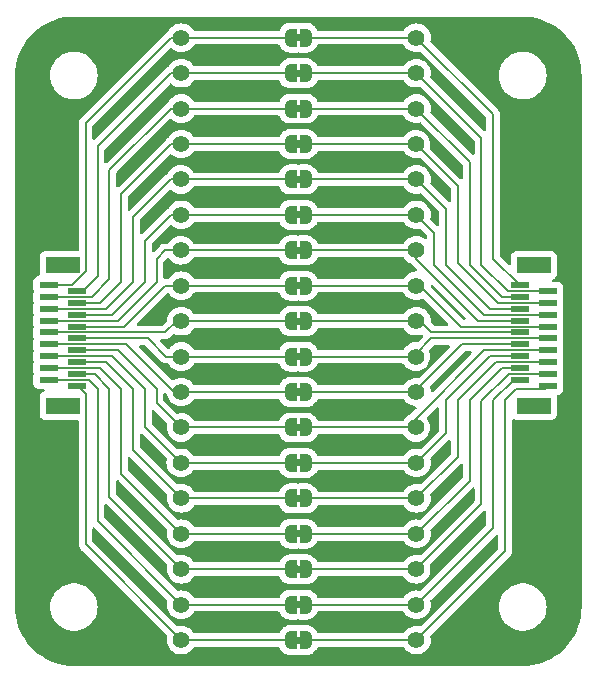
<source format=gbr>
%TF.GenerationSoftware,KiCad,Pcbnew,7.0.2-6a45011f42~172~ubuntu22.04.1*%
%TF.CreationDate,2023-05-08T11:52:49+01:00*%
%TF.ProjectId,bridge,62726964-6765-42e6-9b69-6361645f7063,rev?*%
%TF.SameCoordinates,Original*%
%TF.FileFunction,Copper,L1,Top*%
%TF.FilePolarity,Positive*%
%FSLAX46Y46*%
G04 Gerber Fmt 4.6, Leading zero omitted, Abs format (unit mm)*
G04 Created by KiCad (PCBNEW 7.0.2-6a45011f42~172~ubuntu22.04.1) date 2023-05-08 11:52:49*
%MOMM*%
%LPD*%
G01*
G04 APERTURE LIST*
G04 Aperture macros list*
%AMFreePoly0*
4,1,19,0.500000,-0.750000,0.000000,-0.750000,0.000000,-0.744911,-0.071157,-0.744911,-0.207708,-0.704816,-0.327430,-0.627875,-0.420627,-0.520320,-0.479746,-0.390866,-0.500000,-0.250000,-0.500000,0.250000,-0.479746,0.390866,-0.420627,0.520320,-0.327430,0.627875,-0.207708,0.704816,-0.071157,0.744911,0.000000,0.744911,0.000000,0.750000,0.500000,0.750000,0.500000,-0.750000,0.500000,-0.750000,
$1*%
%AMFreePoly1*
4,1,19,0.000000,0.744911,0.071157,0.744911,0.207708,0.704816,0.327430,0.627875,0.420627,0.520320,0.479746,0.390866,0.500000,0.250000,0.500000,-0.250000,0.479746,-0.390866,0.420627,-0.520320,0.327430,-0.627875,0.207708,-0.704816,0.071157,-0.744911,0.000000,-0.744911,0.000000,-0.750000,-0.500000,-0.750000,-0.500000,0.750000,0.000000,0.750000,0.000000,0.744911,0.000000,0.744911,
$1*%
G04 Aperture macros list end*
%TA.AperFunction,ComponentPad*%
%ADD10C,1.400000*%
%TD*%
%TA.AperFunction,SMDPad,CuDef*%
%ADD11FreePoly0,180.000000*%
%TD*%
%TA.AperFunction,SMDPad,CuDef*%
%ADD12FreePoly1,180.000000*%
%TD*%
%TA.AperFunction,SMDPad,CuDef*%
%ADD13R,1.600200X0.508000*%
%TD*%
%TA.AperFunction,SMDPad,CuDef*%
%ADD14R,2.895600X1.397000*%
%TD*%
%TA.AperFunction,Conductor*%
%ADD15C,0.127000*%
%TD*%
G04 APERTURE END LIST*
%TA.AperFunction,EtchedComponent*%
%TO.C,JP9*%
G36*
X110250000Y-89094974D02*
G01*
X109750000Y-89094974D01*
X109750000Y-88494974D01*
X110250000Y-88494974D01*
X110250000Y-89094974D01*
G37*
%TD.AperFunction*%
%TA.AperFunction,EtchedComponent*%
%TO.C,JP14*%
G36*
X110250000Y-104094974D02*
G01*
X109750000Y-104094974D01*
X109750000Y-103494974D01*
X110250000Y-103494974D01*
X110250000Y-104094974D01*
G37*
%TD.AperFunction*%
%TA.AperFunction,EtchedComponent*%
%TO.C,JP11*%
G36*
X110250000Y-95094974D02*
G01*
X109750000Y-95094974D01*
X109750000Y-94494974D01*
X110250000Y-94494974D01*
X110250000Y-95094974D01*
G37*
%TD.AperFunction*%
%TA.AperFunction,EtchedComponent*%
%TO.C,JP5*%
G36*
X110250000Y-77094974D02*
G01*
X109750000Y-77094974D01*
X109750000Y-76494974D01*
X110250000Y-76494974D01*
X110250000Y-77094974D01*
G37*
%TD.AperFunction*%
%TA.AperFunction,EtchedComponent*%
%TO.C,JP7*%
G36*
X110250000Y-83094974D02*
G01*
X109750000Y-83094974D01*
X109750000Y-82494974D01*
X110250000Y-82494974D01*
X110250000Y-83094974D01*
G37*
%TD.AperFunction*%
%TA.AperFunction,EtchedComponent*%
%TO.C,JP1*%
G36*
X110250000Y-65094974D02*
G01*
X109750000Y-65094974D01*
X109750000Y-64494974D01*
X110250000Y-64494974D01*
X110250000Y-65094974D01*
G37*
%TD.AperFunction*%
%TA.AperFunction,EtchedComponent*%
%TO.C,JP4*%
G36*
X110250000Y-74094974D02*
G01*
X109750000Y-74094974D01*
X109750000Y-73494974D01*
X110250000Y-73494974D01*
X110250000Y-74094974D01*
G37*
%TD.AperFunction*%
%TA.AperFunction,EtchedComponent*%
%TO.C,JP13*%
G36*
X110250000Y-101094974D02*
G01*
X109750000Y-101094974D01*
X109750000Y-100494974D01*
X110250000Y-100494974D01*
X110250000Y-101094974D01*
G37*
%TD.AperFunction*%
%TA.AperFunction,EtchedComponent*%
%TO.C,JP8*%
G36*
X110250000Y-86094974D02*
G01*
X109750000Y-86094974D01*
X109750000Y-85494974D01*
X110250000Y-85494974D01*
X110250000Y-86094974D01*
G37*
%TD.AperFunction*%
%TA.AperFunction,EtchedComponent*%
%TO.C,JP15*%
G36*
X110250000Y-107094974D02*
G01*
X109750000Y-107094974D01*
X109750000Y-106494974D01*
X110250000Y-106494974D01*
X110250000Y-107094974D01*
G37*
%TD.AperFunction*%
%TA.AperFunction,EtchedComponent*%
%TO.C,JP16*%
G36*
X110250000Y-110094974D02*
G01*
X109750000Y-110094974D01*
X109750000Y-109494974D01*
X110250000Y-109494974D01*
X110250000Y-110094974D01*
G37*
%TD.AperFunction*%
%TA.AperFunction,EtchedComponent*%
%TO.C,JP10*%
G36*
X110250000Y-92094974D02*
G01*
X109750000Y-92094974D01*
X109750000Y-91494974D01*
X110250000Y-91494974D01*
X110250000Y-92094974D01*
G37*
%TD.AperFunction*%
%TA.AperFunction,EtchedComponent*%
%TO.C,JP2*%
G36*
X110250000Y-68094974D02*
G01*
X109750000Y-68094974D01*
X109750000Y-67494974D01*
X110250000Y-67494974D01*
X110250000Y-68094974D01*
G37*
%TD.AperFunction*%
%TA.AperFunction,EtchedComponent*%
%TO.C,JP17*%
G36*
X110250000Y-113094974D02*
G01*
X109750000Y-113094974D01*
X109750000Y-112494974D01*
X110250000Y-112494974D01*
X110250000Y-113094974D01*
G37*
%TD.AperFunction*%
%TA.AperFunction,EtchedComponent*%
%TO.C,JP18*%
G36*
X110250000Y-116094974D02*
G01*
X109750000Y-116094974D01*
X109750000Y-115494974D01*
X110250000Y-115494974D01*
X110250000Y-116094974D01*
G37*
%TD.AperFunction*%
%TA.AperFunction,EtchedComponent*%
%TO.C,JP6*%
G36*
X110250000Y-80094974D02*
G01*
X109750000Y-80094974D01*
X109750000Y-79494974D01*
X110250000Y-79494974D01*
X110250000Y-80094974D01*
G37*
%TD.AperFunction*%
%TA.AperFunction,EtchedComponent*%
%TO.C,JP12*%
G36*
X110250000Y-98094974D02*
G01*
X109750000Y-98094974D01*
X109750000Y-97494974D01*
X110250000Y-97494974D01*
X110250000Y-98094974D01*
G37*
%TD.AperFunction*%
%TA.AperFunction,EtchedComponent*%
%TO.C,JP3*%
G36*
X110250000Y-71094974D02*
G01*
X109750000Y-71094974D01*
X109750000Y-70494974D01*
X110250000Y-70494974D01*
X110250000Y-71094974D01*
G37*
%TD.AperFunction*%
%TD*%
D10*
%TO.P,TP15,1,1*%
%TO.N,Net-(J1-Pad4)*%
X120000000Y-106794974D03*
%TD*%
D11*
%TO.P,JP9,1,A*%
%TO.N,Net-(J1-Pad10)*%
X110650000Y-88794974D03*
D12*
%TO.P,JP9,2,B*%
%TO.N,Net-(J2-Pad9)*%
X109350000Y-88794974D03*
%TD*%
D11*
%TO.P,JP14,1,A*%
%TO.N,Net-(J1-Pad5)*%
X110650000Y-103794974D03*
D12*
%TO.P,JP14,2,B*%
%TO.N,Net-(J2-Pad14)*%
X109350000Y-103794974D03*
%TD*%
D10*
%TO.P,TP19,1,1*%
%TO.N,Net-(J2-Pad1)*%
X100100001Y-64794974D03*
%TD*%
%TO.P,TP12,1,1*%
%TO.N,Net-(J1-Pad7)*%
X119950000Y-97794974D03*
%TD*%
%TO.P,TP7,1,1*%
%TO.N,Net-(J1-Pad12)*%
X120000000Y-82794974D03*
%TD*%
%TO.P,TP31,1,1*%
%TO.N,Net-(J2-Pad13)*%
X100050001Y-100794974D03*
%TD*%
%TO.P,TP10,1,1*%
%TO.N,Net-(J1-Pad9)*%
X119950000Y-91794974D03*
%TD*%
%TO.P,TP35,1,1*%
%TO.N,Net-(J2-Pad17)*%
X100100001Y-112794974D03*
%TD*%
%TO.P,TP11,1,1*%
%TO.N,Net-(J1-Pad8)*%
X120000000Y-94794974D03*
%TD*%
%TO.P,TP33,1,1*%
%TO.N,Net-(J2-Pad15)*%
X100100001Y-106794974D03*
%TD*%
%TO.P,TP5,1,1*%
%TO.N,Net-(J1-Pad14)*%
X120000000Y-76794974D03*
%TD*%
D11*
%TO.P,JP11,1,A*%
%TO.N,Net-(J1-Pad8)*%
X110650000Y-94794974D03*
D12*
%TO.P,JP11,2,B*%
%TO.N,Net-(J2-Pad11)*%
X109350000Y-94794974D03*
%TD*%
D11*
%TO.P,JP5,1,A*%
%TO.N,Net-(J1-Pad14)*%
X110650000Y-76794974D03*
D12*
%TO.P,JP5,2,B*%
%TO.N,Net-(J2-Pad5)*%
X109350000Y-76794974D03*
%TD*%
D10*
%TO.P,TP13,1,1*%
%TO.N,Net-(J1-Pad6)*%
X120000000Y-100794974D03*
%TD*%
%TO.P,TP28,1,1*%
%TO.N,Net-(J2-Pad10)*%
X100100001Y-91794974D03*
%TD*%
D13*
%TO.P,J1,1,1*%
%TO.N,Net-(J1-Pad1)*%
X131143000Y-94249999D03*
%TO.P,J1,2,2*%
%TO.N,Net-(J1-Pad2)*%
X128730000Y-93750000D03*
%TO.P,J1,3,3*%
%TO.N,Net-(J1-Pad3)*%
X131143000Y-93250001D03*
%TO.P,J1,4,4*%
%TO.N,Net-(J1-Pad4)*%
X128730000Y-92749999D03*
%TO.P,J1,5,5*%
%TO.N,Net-(J1-Pad5)*%
X131143000Y-92250000D03*
%TO.P,J1,6,6*%
%TO.N,Net-(J1-Pad6)*%
X128730000Y-91749999D03*
%TO.P,J1,7,7*%
%TO.N,Net-(J1-Pad7)*%
X131143000Y-91250000D03*
%TO.P,J1,8,8*%
%TO.N,Net-(J1-Pad8)*%
X128730000Y-90750001D03*
%TO.P,J1,9,9*%
%TO.N,Net-(J1-Pad9)*%
X131143000Y-90249999D03*
%TO.P,J1,10,10*%
%TO.N,Net-(J1-Pad10)*%
X128730000Y-89750000D03*
%TO.P,J1,11,11*%
%TO.N,Net-(J1-Pad11)*%
X131143000Y-89250001D03*
%TO.P,J1,12,12*%
%TO.N,Net-(J1-Pad12)*%
X128730000Y-88750000D03*
%TO.P,J1,13,13*%
%TO.N,Net-(J1-Pad13)*%
X131143000Y-88250001D03*
%TO.P,J1,14,14*%
%TO.N,Net-(J1-Pad14)*%
X128730000Y-87749999D03*
%TO.P,J1,15,15*%
%TO.N,Net-(J1-Pad15)*%
X131143000Y-87250000D03*
%TO.P,J1,16,16*%
%TO.N,Net-(J1-Pad16)*%
X128730000Y-86750001D03*
%TO.P,J1,17,17*%
%TO.N,Net-(J1-Pad17)*%
X131143000Y-86250000D03*
%TO.P,J1,18,18*%
%TO.N,Net-(J1-Pad18)*%
X128730000Y-85750001D03*
D14*
%TO.P,J1,19,sh1*%
%TO.N,unconnected-(J1-Pad19)*%
X129949200Y-95943600D03*
%TO.P,J1,20,sh2*%
%TO.N,unconnected-(J1-Pad20)*%
X129949200Y-84056400D03*
%TD*%
D10*
%TO.P,TP16,1,1*%
%TO.N,Net-(J1-Pad3)*%
X119975000Y-109794974D03*
%TD*%
%TO.P,TP1,1,1*%
%TO.N,Net-(J1-Pad18)*%
X120000000Y-64794974D03*
%TD*%
%TO.P,TP20,1,1*%
%TO.N,Net-(J2-Pad2)*%
X100100001Y-67794974D03*
%TD*%
%TO.P,TP26,1,1*%
%TO.N,Net-(J2-Pad8)*%
X100100001Y-85794974D03*
%TD*%
D11*
%TO.P,JP7,1,A*%
%TO.N,Net-(J1-Pad12)*%
X110650000Y-82794974D03*
D12*
%TO.P,JP7,2,B*%
%TO.N,Net-(J2-Pad7)*%
X109350000Y-82794974D03*
%TD*%
D10*
%TO.P,TP25,1,1*%
%TO.N,Net-(J2-Pad7)*%
X100050001Y-82794974D03*
%TD*%
%TO.P,TP4,1,1*%
%TO.N,Net-(J1-Pad15)*%
X119950000Y-73794974D03*
%TD*%
D11*
%TO.P,JP1,1,A*%
%TO.N,Net-(J1-Pad18)*%
X110650000Y-64794974D03*
D12*
%TO.P,JP1,2,B*%
%TO.N,Net-(J2-Pad1)*%
X109350000Y-64794974D03*
%TD*%
D11*
%TO.P,JP4,1,A*%
%TO.N,Net-(J1-Pad15)*%
X110650000Y-73794974D03*
D12*
%TO.P,JP4,2,B*%
%TO.N,Net-(J2-Pad4)*%
X109350000Y-73794974D03*
%TD*%
D10*
%TO.P,TP34,1,1*%
%TO.N,Net-(J2-Pad16)*%
X100100001Y-109794974D03*
%TD*%
%TO.P,TP30,1,1*%
%TO.N,Net-(J2-Pad12)*%
X100075001Y-97794974D03*
%TD*%
D11*
%TO.P,JP13,1,A*%
%TO.N,Net-(J1-Pad6)*%
X110650000Y-100794974D03*
D12*
%TO.P,JP13,2,B*%
%TO.N,Net-(J2-Pad13)*%
X109350000Y-100794974D03*
%TD*%
D10*
%TO.P,TP18,1,1*%
%TO.N,Net-(J1-Pad1)*%
X120000000Y-115794974D03*
%TD*%
%TO.P,TP23,1,1*%
%TO.N,Net-(J2-Pad5)*%
X100050001Y-76794974D03*
%TD*%
%TO.P,TP8,1,1*%
%TO.N,Net-(J1-Pad11)*%
X120000000Y-85794974D03*
%TD*%
%TO.P,TP14,1,1*%
%TO.N,Net-(J1-Pad5)*%
X120000000Y-103794974D03*
%TD*%
D11*
%TO.P,JP8,1,A*%
%TO.N,Net-(J1-Pad11)*%
X110650000Y-85794974D03*
D12*
%TO.P,JP8,2,B*%
%TO.N,Net-(J2-Pad8)*%
X109350000Y-85794974D03*
%TD*%
D10*
%TO.P,TP36,1,1*%
%TO.N,Net-(J2-Pad18)*%
X100100001Y-115794974D03*
%TD*%
%TO.P,TP2,1,1*%
%TO.N,Net-(J1-Pad17)*%
X120000000Y-67794974D03*
%TD*%
D11*
%TO.P,JP15,1,A*%
%TO.N,Net-(J1-Pad4)*%
X110650000Y-106794974D03*
D12*
%TO.P,JP15,2,B*%
%TO.N,Net-(J2-Pad15)*%
X109350000Y-106794974D03*
%TD*%
D11*
%TO.P,JP16,1,A*%
%TO.N,Net-(J1-Pad3)*%
X110650000Y-109794974D03*
D12*
%TO.P,JP16,2,B*%
%TO.N,Net-(J2-Pad16)*%
X109350000Y-109794974D03*
%TD*%
D10*
%TO.P,TP6,1,1*%
%TO.N,Net-(J1-Pad13)*%
X120000000Y-79794974D03*
%TD*%
%TO.P,TP22,1,1*%
%TO.N,Net-(J2-Pad4)*%
X100100001Y-73794974D03*
%TD*%
D11*
%TO.P,JP10,1,A*%
%TO.N,Net-(J1-Pad9)*%
X110650000Y-91794974D03*
D12*
%TO.P,JP10,2,B*%
%TO.N,Net-(J2-Pad10)*%
X109350000Y-91794974D03*
%TD*%
D13*
%TO.P,J2,1,1*%
%TO.N,Net-(J2-Pad1)*%
X88857000Y-85750001D03*
%TO.P,J2,2,2*%
%TO.N,Net-(J2-Pad2)*%
X91270000Y-86250000D03*
%TO.P,J2,3,3*%
%TO.N,Net-(J2-Pad3)*%
X88857000Y-86749999D03*
%TO.P,J2,4,4*%
%TO.N,Net-(J2-Pad4)*%
X91270000Y-87250001D03*
%TO.P,J2,5,5*%
%TO.N,Net-(J2-Pad5)*%
X88857000Y-87750000D03*
%TO.P,J2,6,6*%
%TO.N,Net-(J2-Pad6)*%
X91270000Y-88250001D03*
%TO.P,J2,7,7*%
%TO.N,Net-(J2-Pad7)*%
X88857000Y-88750000D03*
%TO.P,J2,8,8*%
%TO.N,Net-(J2-Pad8)*%
X91270000Y-89249999D03*
%TO.P,J2,9,9*%
%TO.N,Net-(J2-Pad9)*%
X88857000Y-89750001D03*
%TO.P,J2,10,10*%
%TO.N,Net-(J2-Pad10)*%
X91270000Y-90250000D03*
%TO.P,J2,11,11*%
%TO.N,Net-(J2-Pad11)*%
X88857000Y-90749999D03*
%TO.P,J2,12,12*%
%TO.N,Net-(J2-Pad12)*%
X91270000Y-91250000D03*
%TO.P,J2,13,13*%
%TO.N,Net-(J2-Pad13)*%
X88857000Y-91749999D03*
%TO.P,J2,14,14*%
%TO.N,Net-(J2-Pad14)*%
X91270000Y-92250001D03*
%TO.P,J2,15,15*%
%TO.N,Net-(J2-Pad15)*%
X88857000Y-92750000D03*
%TO.P,J2,16,16*%
%TO.N,Net-(J2-Pad16)*%
X91270000Y-93249999D03*
%TO.P,J2,17,17*%
%TO.N,Net-(J2-Pad17)*%
X88857000Y-93750000D03*
%TO.P,J2,18,18*%
%TO.N,Net-(J2-Pad18)*%
X91270000Y-94249999D03*
D14*
%TO.P,J2,19,sh1*%
%TO.N,unconnected-(J2-Pad19)*%
X90050800Y-84056400D03*
%TO.P,J2,20,sh2*%
%TO.N,unconnected-(J2-Pad20)*%
X90050800Y-95943600D03*
%TD*%
D11*
%TO.P,JP2,1,A*%
%TO.N,Net-(J1-Pad17)*%
X110650000Y-67794974D03*
D12*
%TO.P,JP2,2,B*%
%TO.N,Net-(J2-Pad2)*%
X109350000Y-67794974D03*
%TD*%
D10*
%TO.P,TP32,1,1*%
%TO.N,Net-(J2-Pad14)*%
X100100001Y-103794974D03*
%TD*%
%TO.P,TP29,1,1*%
%TO.N,Net-(J2-Pad11)*%
X100100001Y-94794974D03*
%TD*%
D11*
%TO.P,JP17,1,A*%
%TO.N,Net-(J1-Pad2)*%
X110650000Y-112794974D03*
D12*
%TO.P,JP17,2,B*%
%TO.N,Net-(J2-Pad17)*%
X109350000Y-112794974D03*
%TD*%
D10*
%TO.P,TP21,1,1*%
%TO.N,Net-(J2-Pad3)*%
X100100001Y-70794974D03*
%TD*%
%TO.P,TP24,1,1*%
%TO.N,Net-(J2-Pad6)*%
X100100001Y-79794974D03*
%TD*%
D11*
%TO.P,JP18,1,A*%
%TO.N,Net-(J1-Pad1)*%
X110650000Y-115794974D03*
D12*
%TO.P,JP18,2,B*%
%TO.N,Net-(J2-Pad18)*%
X109350000Y-115794974D03*
%TD*%
D10*
%TO.P,TP27,1,1*%
%TO.N,Net-(J2-Pad9)*%
X100100001Y-88794974D03*
%TD*%
%TO.P,TP17,1,1*%
%TO.N,Net-(J1-Pad2)*%
X120000000Y-112794974D03*
%TD*%
D11*
%TO.P,JP6,1,A*%
%TO.N,Net-(J1-Pad13)*%
X110650000Y-79794974D03*
D12*
%TO.P,JP6,2,B*%
%TO.N,Net-(J2-Pad6)*%
X109350000Y-79794974D03*
%TD*%
D11*
%TO.P,JP12,1,A*%
%TO.N,Net-(J1-Pad7)*%
X110650000Y-97794974D03*
D12*
%TO.P,JP12,2,B*%
%TO.N,Net-(J2-Pad12)*%
X109350000Y-97794974D03*
%TD*%
D11*
%TO.P,JP3,1,A*%
%TO.N,Net-(J1-Pad16)*%
X110650000Y-70794974D03*
D12*
%TO.P,JP3,2,B*%
%TO.N,Net-(J2-Pad3)*%
X109350000Y-70794974D03*
%TD*%
D10*
%TO.P,TP9,1,1*%
%TO.N,Net-(J1-Pad10)*%
X120000000Y-88794974D03*
%TD*%
%TO.P,TP3,1,1*%
%TO.N,Net-(J1-Pad16)*%
X120000000Y-70794974D03*
%TD*%
D15*
%TO.N,Net-(J1-Pad1)*%
X127500000Y-108294974D02*
X120000000Y-115794974D01*
X120000000Y-115794974D02*
X110250002Y-115794974D01*
X128469750Y-94500000D02*
X127500000Y-95469750D01*
X131143000Y-94249999D02*
X130892999Y-94500000D01*
X130892999Y-94500000D02*
X128469750Y-94500000D01*
X127500000Y-95469750D02*
X127500000Y-108294974D01*
%TO.N,Net-(J1-Pad2)*%
X126500000Y-95490000D02*
X126500000Y-106294974D01*
X126500000Y-106294974D02*
X120000000Y-112794974D01*
X128240000Y-93750000D02*
X126500000Y-95490000D01*
X110250002Y-112794974D02*
X120000000Y-112794974D01*
X128730000Y-93750000D02*
X128240000Y-93750000D01*
%TO.N,Net-(J1-Pad3)*%
X110124999Y-109500000D02*
X109875001Y-109749998D01*
X125500000Y-95559450D02*
X125500000Y-104269974D01*
X127809449Y-93250001D02*
X125500000Y-95559450D01*
X119975000Y-109794974D02*
X110794974Y-109794974D01*
X110000000Y-109749998D02*
X110000000Y-109794974D01*
X131143000Y-93250001D02*
X127809449Y-93250001D01*
X110147487Y-109794974D02*
X109852513Y-109500000D01*
X125500000Y-104269974D02*
X119975000Y-109794974D01*
%TO.N,Net-(J1-Pad4)*%
X110250002Y-106794974D02*
X120000000Y-106794974D01*
X127250001Y-92749999D02*
X124500000Y-95500000D01*
X124500000Y-95500000D02*
X124500000Y-102294974D01*
X128730000Y-92749999D02*
X127250001Y-92749999D01*
X124500000Y-102294974D02*
X120000000Y-106794974D01*
%TO.N,Net-(J1-Pad5)*%
X131143000Y-92250000D02*
X126750000Y-92250000D01*
X120000000Y-103794974D02*
X110250002Y-103794974D01*
X123500000Y-100294974D02*
X120000000Y-103794974D01*
X126750000Y-92250000D02*
X123500000Y-95500000D01*
X123500000Y-95500000D02*
X123500000Y-100294974D01*
%TO.N,Net-(J1-Pad6)*%
X122500000Y-98294974D02*
X120000000Y-100794974D01*
X110250002Y-100794974D02*
X120000000Y-100794974D01*
X128730000Y-91749999D02*
X126250001Y-91749999D01*
X126250001Y-91749999D02*
X122500000Y-95500000D01*
X122500000Y-95500000D02*
X122500000Y-98294974D01*
%TO.N,Net-(J1-Pad7)*%
X131143000Y-91250000D02*
X125750000Y-91250000D01*
X125750000Y-91250000D02*
X119950000Y-97050000D01*
X119950000Y-97050000D02*
X119950000Y-97794974D01*
X110250002Y-97794974D02*
X119950000Y-97794974D01*
%TO.N,Net-(J1-Pad8)*%
X120000000Y-94647487D02*
X120000000Y-94794974D01*
X128730000Y-90750001D02*
X123897486Y-90750001D01*
X123897486Y-90750001D02*
X120000000Y-94647487D01*
X120000000Y-94794974D02*
X110250002Y-94794974D01*
%TO.N,Net-(J1-Pad9)*%
X119950000Y-91550000D02*
X119950000Y-91794974D01*
X110250002Y-91794974D02*
X119950000Y-91794974D01*
X121250001Y-90249999D02*
X119950000Y-91550000D01*
X131143000Y-90249999D02*
X121250001Y-90249999D01*
%TO.N,Net-(J1-Pad10)*%
X120294974Y-88794974D02*
X120000000Y-88794974D01*
X128730000Y-89750000D02*
X121250000Y-89750000D01*
X121250000Y-89750000D02*
X120294974Y-88794974D01*
X120000000Y-88794974D02*
X110400002Y-88794974D01*
%TO.N,Net-(J1-Pad11)*%
X120294974Y-85794974D02*
X120000000Y-85794974D01*
X110400002Y-85794974D02*
X120000000Y-85794974D01*
X131143000Y-89250001D02*
X123750001Y-89250001D01*
X123750001Y-89250001D02*
X120294974Y-85794974D01*
%TO.N,Net-(J1-Pad12)*%
X120000000Y-83500000D02*
X120000000Y-82794974D01*
X120000000Y-82794974D02*
X110400002Y-82794974D01*
X125250000Y-88750000D02*
X120000000Y-83500000D01*
X128730000Y-88750000D02*
X125250000Y-88750000D01*
%TO.N,Net-(J1-Pad13)*%
X110400002Y-79794974D02*
X120000000Y-79794974D01*
X125750001Y-88250001D02*
X121500000Y-84000000D01*
X121500000Y-84000000D02*
X121500000Y-81294974D01*
X131143000Y-88250001D02*
X125750001Y-88250001D01*
X121500000Y-81294974D02*
X120000000Y-79794974D01*
%TO.N,Net-(J1-Pad14)*%
X126249999Y-87749999D02*
X122500000Y-84000000D01*
X128730000Y-87749999D02*
X126249999Y-87749999D01*
X120000000Y-76794974D02*
X110400002Y-76794974D01*
X122500000Y-84000000D02*
X122500000Y-79294974D01*
X122500000Y-79294974D02*
X120000000Y-76794974D01*
%TO.N,Net-(J1-Pad15)*%
X131143000Y-87250000D02*
X126875000Y-87250000D01*
X123500000Y-83875000D02*
X123500000Y-77344974D01*
X123500000Y-77344974D02*
X119950000Y-73794974D01*
X110400002Y-73794974D02*
X119950000Y-73794974D01*
X126875000Y-87250000D02*
X123500000Y-83875000D01*
%TO.N,Net-(J1-Pad16)*%
X124500000Y-75294974D02*
X120000000Y-70794974D01*
X120000000Y-70794974D02*
X110400002Y-70794974D01*
X128730000Y-86750001D02*
X127250001Y-86750001D01*
X124500000Y-84000000D02*
X124500000Y-75294974D01*
X127250001Y-86750001D02*
X124500000Y-84000000D01*
%TO.N,Net-(J1-Pad17)*%
X127750000Y-86250000D02*
X125500000Y-84000000D01*
X110400002Y-67794974D02*
X120000000Y-67794974D01*
X131143000Y-86250000D02*
X127750000Y-86250000D01*
X125500000Y-84000000D02*
X125500000Y-73294974D01*
X125500000Y-73294974D02*
X120000000Y-67794974D01*
%TO.N,Net-(J1-Pad18)*%
X110400002Y-64794974D02*
X120000000Y-64794974D01*
X126500000Y-71294974D02*
X120000000Y-64794974D01*
X126500000Y-83520001D02*
X126500000Y-71294974D01*
X128730000Y-85750001D02*
X126500000Y-83520001D01*
%TO.N,Net-(J2-Pad1)*%
X90810499Y-85750001D02*
X92000000Y-84560500D01*
X99205026Y-64794974D02*
X100100001Y-64794974D01*
X100100001Y-64794974D02*
X109100002Y-64794974D01*
X88857000Y-85750001D02*
X90810499Y-85750001D01*
X92000000Y-72000000D02*
X99205026Y-64794974D01*
X92000000Y-84560500D02*
X92000000Y-72000000D01*
%TO.N,Net-(J2-Pad2)*%
X100100001Y-67794974D02*
X109100002Y-67794974D01*
X99205026Y-67794974D02*
X100100001Y-67794974D01*
X91750000Y-86250000D02*
X93000000Y-85000000D01*
X93000000Y-74000000D02*
X99205026Y-67794974D01*
X91270000Y-86250000D02*
X91750000Y-86250000D01*
X93000000Y-85000000D02*
X93000000Y-74000000D01*
%TO.N,Net-(J2-Pad3)*%
X99205026Y-70794974D02*
X100100001Y-70794974D01*
X94000000Y-85250000D02*
X94000000Y-76000000D01*
X88857000Y-86749999D02*
X92500001Y-86749999D01*
X94000000Y-76000000D02*
X99205026Y-70794974D01*
X100100001Y-70794974D02*
X109100002Y-70794974D01*
X92500001Y-86749999D02*
X94000000Y-85250000D01*
%TO.N,Net-(J2-Pad4)*%
X99205026Y-73794974D02*
X100100001Y-73794974D01*
X93249999Y-87250001D02*
X95000000Y-85500000D01*
X91270000Y-87250001D02*
X93249999Y-87250001D01*
X100100001Y-73794974D02*
X109100002Y-73794974D01*
X95000000Y-85500000D02*
X95000000Y-78000000D01*
X95000000Y-78000000D02*
X99205026Y-73794974D01*
%TO.N,Net-(J2-Pad5)*%
X96000000Y-80000000D02*
X99205026Y-76794974D01*
X96000000Y-85500000D02*
X96000000Y-80000000D01*
X93750000Y-87750000D02*
X96000000Y-85500000D01*
X100050001Y-76794974D02*
X109100002Y-76794974D01*
X99205026Y-76794974D02*
X100050001Y-76794974D01*
X88857000Y-87750000D02*
X93750000Y-87750000D01*
%TO.N,Net-(J2-Pad6)*%
X100100001Y-79794974D02*
X109100002Y-79794974D01*
X97000000Y-85500000D02*
X97000000Y-82000000D01*
X97000000Y-82000000D02*
X99205026Y-79794974D01*
X99205026Y-79794974D02*
X100100001Y-79794974D01*
X91270000Y-88250001D02*
X94249999Y-88250001D01*
X94249999Y-88250001D02*
X97000000Y-85500000D01*
%TO.N,Net-(J2-Pad7)*%
X94750000Y-88750000D02*
X98000000Y-85500000D01*
X88857000Y-88750000D02*
X94750000Y-88750000D01*
X98000000Y-83500000D02*
X98705026Y-82794974D01*
X98000000Y-85500000D02*
X98000000Y-83500000D01*
X100050001Y-82794974D02*
X109100002Y-82794974D01*
X98705026Y-82794974D02*
X100050001Y-82794974D01*
%TO.N,Net-(J2-Pad8)*%
X91270000Y-89249999D02*
X95250001Y-89249999D01*
X95250001Y-89249999D02*
X98705026Y-85794974D01*
X100100001Y-85794974D02*
X109100002Y-85794974D01*
X98705026Y-85794974D02*
X100100001Y-85794974D01*
%TO.N,Net-(J2-Pad9)*%
X100100001Y-88794974D02*
X109100002Y-88794974D01*
X98749999Y-89750001D02*
X99705026Y-88794974D01*
X88857000Y-89750001D02*
X98749999Y-89750001D01*
X99705026Y-88794974D02*
X100100001Y-88794974D01*
%TO.N,Net-(J2-Pad10)*%
X97250000Y-90250000D02*
X98794974Y-91794974D01*
X100100001Y-91794974D02*
X108950002Y-91794974D01*
X98794974Y-91794974D02*
X100100001Y-91794974D01*
X91270000Y-90250000D02*
X97250000Y-90250000D01*
%TO.N,Net-(J2-Pad11)*%
X99496231Y-94794974D02*
X100100001Y-94794974D01*
X100100001Y-94794974D02*
X108950002Y-94794974D01*
X88857000Y-90749999D02*
X95451256Y-90749999D01*
X95451256Y-90749999D02*
X99496231Y-94794974D01*
%TO.N,Net-(J2-Pad12)*%
X91270000Y-91250000D02*
X94750000Y-91250000D01*
X100075001Y-97794974D02*
X108950002Y-97794974D01*
X98000000Y-94500000D02*
X98000000Y-95719973D01*
X98000000Y-95719973D02*
X100075001Y-97794974D01*
X94750000Y-91250000D02*
X98000000Y-94500000D01*
%TO.N,Net-(J2-Pad13)*%
X94249999Y-91749999D02*
X97000000Y-94500000D01*
X108950002Y-100794974D02*
X100050001Y-100794974D01*
X97000000Y-97744973D02*
X100050001Y-100794974D01*
X88857000Y-91749999D02*
X94249999Y-91749999D01*
X97000000Y-94500000D02*
X97000000Y-97744973D01*
%TO.N,Net-(J2-Pad14)*%
X91270000Y-92250001D02*
X93750001Y-92250001D01*
X100100001Y-103794974D02*
X108950002Y-103794974D01*
X93750001Y-92250001D02*
X96000000Y-94500000D01*
X96000000Y-99694973D02*
X100100001Y-103794974D01*
X96000000Y-94500000D02*
X96000000Y-99694973D01*
%TO.N,Net-(J2-Pad15)*%
X93250000Y-92750000D02*
X95000000Y-94500000D01*
X88857000Y-92750000D02*
X93250000Y-92750000D01*
X95000000Y-94500000D02*
X95000000Y-101694973D01*
X95000000Y-101694973D02*
X100100001Y-106794974D01*
X108950002Y-106794974D02*
X100100001Y-106794974D01*
%TO.N,Net-(J2-Pad16)*%
X100100001Y-109794974D02*
X108950002Y-109794974D01*
X94000000Y-94500000D02*
X94000000Y-103694973D01*
X94000000Y-103694973D02*
X100100001Y-109794974D01*
X91270000Y-93249999D02*
X92749999Y-93249999D01*
X92749999Y-93249999D02*
X94000000Y-94500000D01*
%TO.N,Net-(J2-Pad17)*%
X93000000Y-105694973D02*
X100100001Y-112794974D01*
X88857000Y-93750000D02*
X92250000Y-93750000D01*
X92250000Y-93750000D02*
X93000000Y-94500000D01*
X93000000Y-94500000D02*
X93000000Y-105694973D01*
X108950002Y-112794974D02*
X100100001Y-112794974D01*
%TO.N,Net-(J2-Pad18)*%
X92000000Y-95000000D02*
X92000000Y-107694973D01*
X91652100Y-94652100D02*
X92000000Y-95000000D01*
X91270000Y-94249999D02*
X91652100Y-94632099D01*
X92000000Y-107694973D02*
X100100001Y-115794974D01*
X91652100Y-94632099D02*
X91652100Y-94652100D01*
X100100001Y-115794974D02*
X108950002Y-115794974D01*
%TD*%
%TA.AperFunction,NonConductor*%
G36*
X129002611Y-63010608D02*
G01*
X129406838Y-63027327D01*
X129417187Y-63028184D01*
X129816076Y-63077905D01*
X129826340Y-63079618D01*
X130219758Y-63162109D01*
X130229821Y-63164657D01*
X130615115Y-63279364D01*
X130624939Y-63282737D01*
X130999400Y-63428853D01*
X131008938Y-63433036D01*
X131263029Y-63557254D01*
X131370052Y-63609574D01*
X131379210Y-63614530D01*
X131724522Y-63820291D01*
X131733233Y-63825982D01*
X131974451Y-63998208D01*
X132060377Y-64059558D01*
X132068595Y-64065955D01*
X132375323Y-64325741D01*
X132382984Y-64332794D01*
X132667205Y-64617015D01*
X132674258Y-64624676D01*
X132934044Y-64931404D01*
X132940441Y-64939622D01*
X133174012Y-65266758D01*
X133179708Y-65275477D01*
X133385469Y-65620789D01*
X133390425Y-65629947D01*
X133566963Y-65991062D01*
X133571146Y-66000599D01*
X133717257Y-66375048D01*
X133720639Y-66384897D01*
X133835338Y-66770162D01*
X133837894Y-66780258D01*
X133920380Y-67173655D01*
X133922094Y-67183927D01*
X133971813Y-67582797D01*
X133972673Y-67593175D01*
X133989391Y-67997388D01*
X133989499Y-68002595D01*
X133989500Y-112996588D01*
X133989500Y-112997404D01*
X133989392Y-113002611D01*
X133972673Y-113406823D01*
X133971813Y-113417201D01*
X133922094Y-113816072D01*
X133920380Y-113826344D01*
X133837894Y-114219741D01*
X133835338Y-114229837D01*
X133720639Y-114615102D01*
X133717257Y-114624951D01*
X133571146Y-114999400D01*
X133566963Y-115008937D01*
X133390425Y-115370052D01*
X133385469Y-115379210D01*
X133179708Y-115724522D01*
X133174012Y-115733241D01*
X132940441Y-116060377D01*
X132934044Y-116068595D01*
X132674258Y-116375323D01*
X132667205Y-116382984D01*
X132382984Y-116667205D01*
X132375323Y-116674258D01*
X132068595Y-116934044D01*
X132060377Y-116940441D01*
X131733241Y-117174012D01*
X131724522Y-117179708D01*
X131379210Y-117385469D01*
X131370052Y-117390425D01*
X131008937Y-117566963D01*
X130999400Y-117571146D01*
X130624951Y-117717257D01*
X130615102Y-117720639D01*
X130229837Y-117835338D01*
X130219741Y-117837894D01*
X129826344Y-117920380D01*
X129816072Y-117922094D01*
X129417201Y-117971813D01*
X129406823Y-117972673D01*
X129002611Y-117989392D01*
X128997404Y-117989500D01*
X91002596Y-117989500D01*
X90997389Y-117989392D01*
X90593176Y-117972673D01*
X90582798Y-117971813D01*
X90183927Y-117922094D01*
X90173655Y-117920380D01*
X89780258Y-117837894D01*
X89770162Y-117835338D01*
X89384897Y-117720639D01*
X89375048Y-117717257D01*
X89000599Y-117571146D01*
X88991062Y-117566963D01*
X88629947Y-117390425D01*
X88620789Y-117385469D01*
X88275477Y-117179708D01*
X88266758Y-117174012D01*
X87939622Y-116940441D01*
X87931404Y-116934044D01*
X87624676Y-116674258D01*
X87617015Y-116667205D01*
X87332794Y-116382984D01*
X87325741Y-116375323D01*
X87065955Y-116068595D01*
X87059558Y-116060377D01*
X86825987Y-115733241D01*
X86820291Y-115724522D01*
X86614530Y-115379210D01*
X86609574Y-115370052D01*
X86521184Y-115189248D01*
X86433036Y-115008937D01*
X86428853Y-114999400D01*
X86376673Y-114865675D01*
X86282737Y-114624939D01*
X86279364Y-114615115D01*
X86164657Y-114229821D01*
X86162109Y-114219758D01*
X86079618Y-113826340D01*
X86077905Y-113816072D01*
X86057765Y-113654495D01*
X86028184Y-113417187D01*
X86027327Y-113406838D01*
X86010608Y-113002611D01*
X86010554Y-113000000D01*
X88984802Y-113000000D01*
X88985096Y-113004298D01*
X88998977Y-113207236D01*
X89003572Y-113274403D01*
X89004446Y-113278613D01*
X89004447Y-113278614D01*
X89022808Y-113366974D01*
X89059531Y-113543694D01*
X89060967Y-113547736D01*
X89060969Y-113547741D01*
X89150198Y-113798807D01*
X89150201Y-113798814D01*
X89151638Y-113802857D01*
X89153612Y-113806668D01*
X89153614Y-113806671D01*
X89276193Y-114043239D01*
X89276196Y-114043244D01*
X89278176Y-114047065D01*
X89280661Y-114050585D01*
X89280662Y-114050587D01*
X89434304Y-114268249D01*
X89434309Y-114268255D01*
X89436788Y-114271767D01*
X89624520Y-114472779D01*
X89837875Y-114646356D01*
X90072878Y-114789265D01*
X90076817Y-114790976D01*
X90076821Y-114790978D01*
X90243239Y-114863262D01*
X90325151Y-114898842D01*
X90329291Y-114900002D01*
X90329294Y-114900003D01*
X90455814Y-114935452D01*
X90589996Y-114973048D01*
X90862478Y-115010500D01*
X90866783Y-115010500D01*
X91133217Y-115010500D01*
X91137522Y-115010500D01*
X91410004Y-114973048D01*
X91674849Y-114898842D01*
X91927122Y-114789265D01*
X92162125Y-114646356D01*
X92375480Y-114472779D01*
X92563212Y-114271767D01*
X92721824Y-114047065D01*
X92848362Y-113802857D01*
X92940469Y-113543694D01*
X92996428Y-113274403D01*
X93015198Y-113000000D01*
X92996428Y-112725597D01*
X92940469Y-112456306D01*
X92848362Y-112197143D01*
X92721824Y-111952935D01*
X92632782Y-111826791D01*
X92565695Y-111731750D01*
X92565691Y-111731746D01*
X92563212Y-111728233D01*
X92375480Y-111527221D01*
X92162125Y-111353644D01*
X91927122Y-111210735D01*
X91923188Y-111209026D01*
X91923178Y-111209021D01*
X91678796Y-111102872D01*
X91678790Y-111102870D01*
X91674849Y-111101158D01*
X91670717Y-111100000D01*
X91670705Y-111099996D01*
X91414150Y-111028113D01*
X91414140Y-111028111D01*
X91410004Y-111026952D01*
X91405743Y-111026366D01*
X91405732Y-111026364D01*
X91141790Y-110990086D01*
X91141780Y-110990085D01*
X91137522Y-110989500D01*
X90862478Y-110989500D01*
X90858220Y-110990085D01*
X90858209Y-110990086D01*
X90594267Y-111026364D01*
X90594253Y-111026366D01*
X90589996Y-111026952D01*
X90585861Y-111028110D01*
X90585849Y-111028113D01*
X90329294Y-111099996D01*
X90329278Y-111100001D01*
X90325151Y-111101158D01*
X90321213Y-111102868D01*
X90321203Y-111102872D01*
X90076821Y-111209021D01*
X90076805Y-111209029D01*
X90072878Y-111210735D01*
X90069211Y-111212964D01*
X90069205Y-111212968D01*
X89841548Y-111351410D01*
X89841543Y-111351412D01*
X89837875Y-111353644D01*
X89834548Y-111356350D01*
X89834539Y-111356357D01*
X89627856Y-111524506D01*
X89627847Y-111524513D01*
X89624520Y-111527221D01*
X89621588Y-111530359D01*
X89621583Y-111530365D01*
X89439727Y-111725085D01*
X89439720Y-111725093D01*
X89436788Y-111728233D01*
X89434314Y-111731736D01*
X89434304Y-111731750D01*
X89280662Y-111949412D01*
X89280656Y-111949420D01*
X89278176Y-111952935D01*
X89276200Y-111956748D01*
X89276193Y-111956760D01*
X89153614Y-112193328D01*
X89153610Y-112193337D01*
X89151638Y-112197143D01*
X89150203Y-112201179D01*
X89150198Y-112201192D01*
X89060969Y-112452258D01*
X89060966Y-112452266D01*
X89059531Y-112456306D01*
X89058657Y-112460508D01*
X89058657Y-112460511D01*
X89005387Y-112716865D01*
X89003572Y-112725597D01*
X88984802Y-113000000D01*
X86010554Y-113000000D01*
X86010500Y-112997404D01*
X86010500Y-94052638D01*
X87548400Y-94052638D01*
X87548760Y-94055986D01*
X87554911Y-94113200D01*
X87606011Y-94250205D01*
X87693638Y-94367261D01*
X87810694Y-94454888D01*
X87810695Y-94454888D01*
X87810696Y-94454889D01*
X87947699Y-94505989D01*
X88008262Y-94512500D01*
X88011631Y-94512500D01*
X88413721Y-94512500D01*
X88481842Y-94532502D01*
X88528335Y-94586158D01*
X88538439Y-94656432D01*
X88508945Y-94721012D01*
X88457754Y-94756555D01*
X88422541Y-94769689D01*
X88356794Y-94794211D01*
X88239738Y-94881838D01*
X88152111Y-94998894D01*
X88122168Y-95079175D01*
X88101011Y-95135899D01*
X88094500Y-95196462D01*
X88094500Y-96690738D01*
X88100267Y-96744385D01*
X88101011Y-96751300D01*
X88152111Y-96888305D01*
X88239738Y-97005361D01*
X88356794Y-97092988D01*
X88356795Y-97092988D01*
X88356796Y-97092989D01*
X88493799Y-97144089D01*
X88554362Y-97150600D01*
X91302000Y-97150600D01*
X91370121Y-97170602D01*
X91416614Y-97224258D01*
X91428000Y-97276600D01*
X91428000Y-107649229D01*
X91426922Y-107665674D01*
X91423065Y-107694973D01*
X91427998Y-107732453D01*
X91428105Y-107733285D01*
X91432041Y-107763157D01*
X91442722Y-107844294D01*
X91500359Y-107983441D01*
X91542141Y-108037893D01*
X91592042Y-108102926D01*
X91615498Y-108120924D01*
X91627889Y-108131792D01*
X98890878Y-115394781D01*
X98924904Y-115457093D01*
X98923490Y-115516486D01*
X98905315Y-115584316D01*
X98886885Y-115794974D01*
X98905315Y-116005629D01*
X98960044Y-116209883D01*
X99049412Y-116401533D01*
X99170702Y-116574753D01*
X99320221Y-116724272D01*
X99320224Y-116724274D01*
X99320225Y-116724275D01*
X99374923Y-116762575D01*
X99493441Y-116845562D01*
X99493442Y-116845562D01*
X99493443Y-116845563D01*
X99685091Y-116934930D01*
X99889346Y-116989660D01*
X100100001Y-117008090D01*
X100310656Y-116989660D01*
X100514911Y-116934930D01*
X100706559Y-116845563D01*
X100879777Y-116724275D01*
X101029302Y-116574750D01*
X101137165Y-116420704D01*
X101192623Y-116376375D01*
X101240379Y-116366974D01*
X108301638Y-116366974D01*
X108369759Y-116386976D01*
X108416251Y-116440631D01*
X108457742Y-116531483D01*
X108457744Y-116531486D01*
X108536795Y-116654492D01*
X108536798Y-116654495D01*
X108628039Y-116759796D01*
X108630281Y-116762575D01*
X108630950Y-116763155D01*
X108630952Y-116763157D01*
X108741460Y-116858912D01*
X108862414Y-116936644D01*
X108995423Y-116997387D01*
X109133378Y-117037894D01*
X109278111Y-117058703D01*
X109278114Y-117058703D01*
X109847743Y-117058703D01*
X109850000Y-117058703D01*
X109923111Y-117053474D01*
X109959434Y-117042807D01*
X110012867Y-117038986D01*
X110149997Y-117058703D01*
X110150000Y-117058703D01*
X110721886Y-117058703D01*
X110721889Y-117058703D01*
X110866622Y-117037894D01*
X111004577Y-116997387D01*
X111137586Y-116936644D01*
X111258540Y-116858912D01*
X111258544Y-116858909D01*
X111369051Y-116763153D01*
X111463205Y-116654492D01*
X111542256Y-116531486D01*
X111558588Y-116495723D01*
X111583749Y-116440631D01*
X111630242Y-116386976D01*
X111698362Y-116366974D01*
X118859622Y-116366974D01*
X118927743Y-116386976D01*
X118962835Y-116420704D01*
X119070699Y-116574751D01*
X119220220Y-116724272D01*
X119220223Y-116724274D01*
X119220224Y-116724275D01*
X119274922Y-116762575D01*
X119393440Y-116845562D01*
X119393441Y-116845562D01*
X119393442Y-116845563D01*
X119585090Y-116934930D01*
X119789345Y-116989660D01*
X120000000Y-117008090D01*
X120210655Y-116989660D01*
X120414910Y-116934930D01*
X120606558Y-116845563D01*
X120779776Y-116724275D01*
X120929301Y-116574750D01*
X121050589Y-116401532D01*
X121139956Y-116209884D01*
X121194686Y-116005629D01*
X121213116Y-115794974D01*
X121194686Y-115584319D01*
X121176510Y-115516486D01*
X121178198Y-115445513D01*
X121209119Y-115394783D01*
X123603902Y-113000000D01*
X126984802Y-113000000D01*
X126985096Y-113004298D01*
X126998977Y-113207236D01*
X127003572Y-113274403D01*
X127004446Y-113278613D01*
X127004447Y-113278614D01*
X127022808Y-113366974D01*
X127059531Y-113543694D01*
X127060967Y-113547736D01*
X127060969Y-113547741D01*
X127150198Y-113798807D01*
X127150201Y-113798814D01*
X127151638Y-113802857D01*
X127153612Y-113806668D01*
X127153614Y-113806671D01*
X127276193Y-114043239D01*
X127276196Y-114043244D01*
X127278176Y-114047065D01*
X127280661Y-114050585D01*
X127280662Y-114050587D01*
X127434304Y-114268249D01*
X127434309Y-114268255D01*
X127436788Y-114271767D01*
X127624520Y-114472779D01*
X127837875Y-114646356D01*
X128072878Y-114789265D01*
X128076817Y-114790976D01*
X128076821Y-114790978D01*
X128243239Y-114863262D01*
X128325151Y-114898842D01*
X128329291Y-114900002D01*
X128329294Y-114900003D01*
X128455814Y-114935452D01*
X128589996Y-114973048D01*
X128862478Y-115010500D01*
X128866783Y-115010500D01*
X129133217Y-115010500D01*
X129137522Y-115010500D01*
X129410004Y-114973048D01*
X129674849Y-114898842D01*
X129927122Y-114789265D01*
X130162125Y-114646356D01*
X130375480Y-114472779D01*
X130563212Y-114271767D01*
X130721824Y-114047065D01*
X130848362Y-113802857D01*
X130940469Y-113543694D01*
X130996428Y-113274403D01*
X131015198Y-113000000D01*
X130996428Y-112725597D01*
X130940469Y-112456306D01*
X130848362Y-112197143D01*
X130721824Y-111952935D01*
X130632782Y-111826791D01*
X130565695Y-111731750D01*
X130565691Y-111731746D01*
X130563212Y-111728233D01*
X130375480Y-111527221D01*
X130162125Y-111353644D01*
X129927122Y-111210735D01*
X129923188Y-111209026D01*
X129923178Y-111209021D01*
X129678796Y-111102872D01*
X129678790Y-111102870D01*
X129674849Y-111101158D01*
X129670717Y-111100000D01*
X129670705Y-111099996D01*
X129414150Y-111028113D01*
X129414140Y-111028111D01*
X129410004Y-111026952D01*
X129405743Y-111026366D01*
X129405732Y-111026364D01*
X129141790Y-110990086D01*
X129141780Y-110990085D01*
X129137522Y-110989500D01*
X128862478Y-110989500D01*
X128858220Y-110990085D01*
X128858209Y-110990086D01*
X128594267Y-111026364D01*
X128594253Y-111026366D01*
X128589996Y-111026952D01*
X128585861Y-111028110D01*
X128585849Y-111028113D01*
X128329294Y-111099996D01*
X128329278Y-111100001D01*
X128325151Y-111101158D01*
X128321213Y-111102868D01*
X128321203Y-111102872D01*
X128076821Y-111209021D01*
X128076805Y-111209029D01*
X128072878Y-111210735D01*
X128069211Y-111212964D01*
X128069205Y-111212968D01*
X127841548Y-111351410D01*
X127841543Y-111351412D01*
X127837875Y-111353644D01*
X127834548Y-111356350D01*
X127834539Y-111356357D01*
X127627856Y-111524506D01*
X127627847Y-111524513D01*
X127624520Y-111527221D01*
X127621588Y-111530359D01*
X127621583Y-111530365D01*
X127439727Y-111725085D01*
X127439720Y-111725093D01*
X127436788Y-111728233D01*
X127434314Y-111731736D01*
X127434304Y-111731750D01*
X127280662Y-111949412D01*
X127280656Y-111949420D01*
X127278176Y-111952935D01*
X127276200Y-111956748D01*
X127276193Y-111956760D01*
X127153614Y-112193328D01*
X127153610Y-112193337D01*
X127151638Y-112197143D01*
X127150203Y-112201179D01*
X127150198Y-112201192D01*
X127060969Y-112452258D01*
X127060966Y-112452266D01*
X127059531Y-112456306D01*
X127058657Y-112460508D01*
X127058657Y-112460511D01*
X127005387Y-112716865D01*
X127003572Y-112725597D01*
X126984802Y-113000000D01*
X123603902Y-113000000D01*
X127872119Y-108731783D01*
X127884495Y-108720929D01*
X127907955Y-108702929D01*
X127943410Y-108656724D01*
X127946034Y-108653305D01*
X127958321Y-108637291D01*
X127999641Y-108583442D01*
X128057277Y-108444296D01*
X128076936Y-108294974D01*
X128073078Y-108265669D01*
X128072000Y-108249223D01*
X128072000Y-97206135D01*
X128092002Y-97138014D01*
X128145658Y-97091521D01*
X128215932Y-97081417D01*
X128242033Y-97088079D01*
X128255194Y-97092987D01*
X128255196Y-97092989D01*
X128392199Y-97144089D01*
X128452762Y-97150600D01*
X128456131Y-97150600D01*
X131442269Y-97150600D01*
X131445638Y-97150600D01*
X131506201Y-97144089D01*
X131643204Y-97092989D01*
X131760261Y-97005361D01*
X131847889Y-96888304D01*
X131898989Y-96751301D01*
X131905500Y-96690738D01*
X131905500Y-95196462D01*
X131900402Y-95149043D01*
X131913008Y-95079175D01*
X131961386Y-95027213D01*
X132012209Y-95010298D01*
X132052301Y-95005988D01*
X132189304Y-94954888D01*
X132306361Y-94867260D01*
X132393989Y-94750203D01*
X132445089Y-94613200D01*
X132451600Y-94552637D01*
X132451600Y-93947361D01*
X132445089Y-93886798D01*
X132410487Y-93794030D01*
X132405422Y-93723218D01*
X132410483Y-93705980D01*
X132445089Y-93613202D01*
X132451600Y-93552639D01*
X132451600Y-92947363D01*
X132445089Y-92886800D01*
X132410487Y-92794033D01*
X132405422Y-92723218D01*
X132410488Y-92705966D01*
X132445089Y-92613201D01*
X132451600Y-92552638D01*
X132451600Y-91947362D01*
X132445089Y-91886799D01*
X132410488Y-91794030D01*
X132405424Y-91723214D01*
X132410489Y-91705965D01*
X132445089Y-91613201D01*
X132451600Y-91552638D01*
X132451600Y-90947362D01*
X132445089Y-90886799D01*
X132410487Y-90794032D01*
X132405422Y-90723217D01*
X132410488Y-90705965D01*
X132445089Y-90613200D01*
X132451600Y-90552637D01*
X132451600Y-89947361D01*
X132445089Y-89886798D01*
X132410487Y-89794030D01*
X132405422Y-89723218D01*
X132410483Y-89705980D01*
X132445089Y-89613202D01*
X132451600Y-89552639D01*
X132451600Y-88947363D01*
X132445089Y-88886800D01*
X132410488Y-88794031D01*
X132405424Y-88723215D01*
X132410489Y-88705966D01*
X132445089Y-88613202D01*
X132451600Y-88552639D01*
X132451600Y-87947363D01*
X132445089Y-87886800D01*
X132410487Y-87794033D01*
X132405422Y-87723218D01*
X132410488Y-87705966D01*
X132445089Y-87613201D01*
X132451600Y-87552638D01*
X132451600Y-86947362D01*
X132445089Y-86886799D01*
X132410488Y-86794030D01*
X132405424Y-86723214D01*
X132410489Y-86705965D01*
X132445089Y-86613201D01*
X132451600Y-86552638D01*
X132451600Y-85947362D01*
X132445089Y-85886799D01*
X132393989Y-85749796D01*
X132382964Y-85735068D01*
X132306361Y-85632738D01*
X132189305Y-85545111D01*
X132120802Y-85519561D01*
X132052301Y-85494011D01*
X131991738Y-85487500D01*
X131586279Y-85487500D01*
X131518158Y-85467498D01*
X131471665Y-85413842D01*
X131461561Y-85343568D01*
X131491055Y-85278988D01*
X131542245Y-85243444D01*
X131643204Y-85205789D01*
X131760261Y-85118161D01*
X131847889Y-85001104D01*
X131898989Y-84864101D01*
X131905500Y-84803538D01*
X131905500Y-83309262D01*
X131898989Y-83248699D01*
X131847889Y-83111696D01*
X131847888Y-83111694D01*
X131760261Y-82994638D01*
X131643205Y-82907011D01*
X131574702Y-82881461D01*
X131506201Y-82855911D01*
X131445638Y-82849400D01*
X128452762Y-82849400D01*
X128449413Y-82849759D01*
X128449413Y-82849760D01*
X128392199Y-82855911D01*
X128255194Y-82907011D01*
X128138138Y-82994638D01*
X128050511Y-83111694D01*
X128006057Y-83230880D01*
X127999411Y-83248699D01*
X127992900Y-83309262D01*
X127992900Y-83312629D01*
X127992900Y-83312630D01*
X127992900Y-83899781D01*
X127972898Y-83967902D01*
X127919242Y-84014395D01*
X127848968Y-84024499D01*
X127784388Y-83995005D01*
X127777805Y-83988876D01*
X127108904Y-83319975D01*
X127074878Y-83257663D01*
X127072000Y-83230889D01*
X127072000Y-71340716D01*
X127073078Y-71324271D01*
X127076935Y-71294974D01*
X127072000Y-71257487D01*
X127072000Y-71257482D01*
X127057277Y-71145652D01*
X126999641Y-71006506D01*
X126985359Y-70987893D01*
X126930976Y-70917020D01*
X126930974Y-70917018D01*
X126923783Y-70907646D01*
X126923782Y-70907644D01*
X126907956Y-70887019D01*
X126884505Y-70869025D01*
X126872114Y-70858158D01*
X124013956Y-68000000D01*
X126984802Y-68000000D01*
X126985096Y-68004298D01*
X126993889Y-68132853D01*
X127003572Y-68274403D01*
X127004446Y-68278613D01*
X127004447Y-68278614D01*
X127022808Y-68366974D01*
X127059531Y-68543694D01*
X127060967Y-68547736D01*
X127060969Y-68547741D01*
X127150198Y-68798807D01*
X127150201Y-68798814D01*
X127151638Y-68802857D01*
X127153612Y-68806668D01*
X127153614Y-68806671D01*
X127276193Y-69043239D01*
X127276196Y-69043244D01*
X127278176Y-69047065D01*
X127280661Y-69050585D01*
X127280662Y-69050587D01*
X127434304Y-69268249D01*
X127434309Y-69268255D01*
X127436788Y-69271767D01*
X127624520Y-69472779D01*
X127837875Y-69646356D01*
X128072878Y-69789265D01*
X128076817Y-69790976D01*
X128076821Y-69790978D01*
X128243239Y-69863262D01*
X128325151Y-69898842D01*
X128329291Y-69900002D01*
X128329294Y-69900003D01*
X128455814Y-69935452D01*
X128589996Y-69973048D01*
X128862478Y-70010500D01*
X128866783Y-70010500D01*
X129133217Y-70010500D01*
X129137522Y-70010500D01*
X129410004Y-69973048D01*
X129674849Y-69898842D01*
X129927122Y-69789265D01*
X130162125Y-69646356D01*
X130375480Y-69472779D01*
X130563212Y-69271767D01*
X130721824Y-69047065D01*
X130848362Y-68802857D01*
X130940469Y-68543694D01*
X130996428Y-68274403D01*
X131015198Y-68000000D01*
X130996428Y-67725597D01*
X130940469Y-67456306D01*
X130848362Y-67197143D01*
X130721824Y-66952935D01*
X130632782Y-66826791D01*
X130565695Y-66731750D01*
X130565691Y-66731746D01*
X130563212Y-66728233D01*
X130375480Y-66527221D01*
X130162125Y-66353644D01*
X129927122Y-66210735D01*
X129923188Y-66209026D01*
X129923178Y-66209021D01*
X129678796Y-66102872D01*
X129678790Y-66102870D01*
X129674849Y-66101158D01*
X129670717Y-66100000D01*
X129670705Y-66099996D01*
X129414150Y-66028113D01*
X129414140Y-66028111D01*
X129410004Y-66026952D01*
X129405743Y-66026366D01*
X129405732Y-66026364D01*
X129141790Y-65990086D01*
X129141780Y-65990085D01*
X129137522Y-65989500D01*
X128862478Y-65989500D01*
X128858220Y-65990085D01*
X128858209Y-65990086D01*
X128594267Y-66026364D01*
X128594253Y-66026366D01*
X128589996Y-66026952D01*
X128585861Y-66028110D01*
X128585849Y-66028113D01*
X128329294Y-66099996D01*
X128329278Y-66100001D01*
X128325151Y-66101158D01*
X128321213Y-66102868D01*
X128321203Y-66102872D01*
X128076821Y-66209021D01*
X128076805Y-66209029D01*
X128072878Y-66210735D01*
X128069211Y-66212964D01*
X128069205Y-66212968D01*
X127841548Y-66351410D01*
X127841543Y-66351412D01*
X127837875Y-66353644D01*
X127834548Y-66356350D01*
X127834539Y-66356357D01*
X127627856Y-66524506D01*
X127627847Y-66524513D01*
X127624520Y-66527221D01*
X127621588Y-66530359D01*
X127621583Y-66530365D01*
X127439727Y-66725085D01*
X127439720Y-66725093D01*
X127436788Y-66728233D01*
X127434314Y-66731736D01*
X127434304Y-66731750D01*
X127280662Y-66949412D01*
X127280656Y-66949420D01*
X127278176Y-66952935D01*
X127276200Y-66956748D01*
X127276193Y-66956760D01*
X127153614Y-67193328D01*
X127153610Y-67193337D01*
X127151638Y-67197143D01*
X127150203Y-67201179D01*
X127150198Y-67201192D01*
X127060969Y-67452258D01*
X127060966Y-67452266D01*
X127059531Y-67456306D01*
X127058657Y-67460508D01*
X127058657Y-67460511D01*
X127005387Y-67716865D01*
X127003572Y-67725597D01*
X127003278Y-67729888D01*
X127003278Y-67729892D01*
X126998826Y-67794974D01*
X126984802Y-68000000D01*
X124013956Y-68000000D01*
X121209121Y-65195165D01*
X121175095Y-65132853D01*
X121176509Y-65073461D01*
X121194686Y-65005629D01*
X121213116Y-64794974D01*
X121194686Y-64584319D01*
X121139956Y-64380064D01*
X121050589Y-64188416D01*
X121040003Y-64173298D01*
X120929298Y-64015194D01*
X120779779Y-63865675D01*
X120606559Y-63744385D01*
X120414909Y-63655017D01*
X120210655Y-63600288D01*
X120000000Y-63581858D01*
X119789344Y-63600288D01*
X119585090Y-63655017D01*
X119393440Y-63744385D01*
X119220220Y-63865675D01*
X119070699Y-64015196D01*
X118962835Y-64169244D01*
X118907378Y-64213573D01*
X118859622Y-64222974D01*
X111698362Y-64222974D01*
X111630241Y-64202972D01*
X111583749Y-64149317D01*
X111542257Y-64058464D01*
X111542256Y-64058462D01*
X111463205Y-63935456D01*
X111432428Y-63899937D01*
X111371960Y-63830151D01*
X111369717Y-63827371D01*
X111364624Y-63822958D01*
X111258540Y-63731036D01*
X111137586Y-63653304D01*
X111004577Y-63592561D01*
X110866622Y-63552054D01*
X110721889Y-63531245D01*
X110150000Y-63531245D01*
X110147750Y-63531405D01*
X110147747Y-63531406D01*
X110076886Y-63536473D01*
X110040560Y-63547140D01*
X109987131Y-63550961D01*
X109850003Y-63531245D01*
X109850000Y-63531245D01*
X109278111Y-63531245D01*
X109133378Y-63552054D01*
X109133375Y-63552054D01*
X109133374Y-63552055D01*
X108995425Y-63592560D01*
X108862410Y-63653305D01*
X108743390Y-63729795D01*
X108743377Y-63729803D01*
X108741460Y-63731036D01*
X108741456Y-63731039D01*
X108739800Y-63732473D01*
X108739785Y-63732486D01*
X108630949Y-63826794D01*
X108536795Y-63935456D01*
X108457742Y-64058464D01*
X108416251Y-64149317D01*
X108369758Y-64202972D01*
X108301638Y-64222974D01*
X101240379Y-64222974D01*
X101172258Y-64202972D01*
X101137166Y-64169244D01*
X101029301Y-64015196D01*
X100879780Y-63865675D01*
X100706560Y-63744385D01*
X100514910Y-63655017D01*
X100310656Y-63600288D01*
X100100001Y-63581858D01*
X99889345Y-63600288D01*
X99685091Y-63655017D01*
X99493441Y-63744385D01*
X99320221Y-63865675D01*
X99170702Y-64015194D01*
X99049409Y-64188418D01*
X99040130Y-64208318D01*
X98993212Y-64261602D01*
X98974157Y-64271473D01*
X98916559Y-64295331D01*
X98867737Y-64332794D01*
X98827071Y-64363998D01*
X98827066Y-64364002D01*
X98827006Y-64364047D01*
X98825960Y-64364841D01*
X98797077Y-64387011D01*
X98779076Y-64410469D01*
X98768211Y-64422856D01*
X91627886Y-71563182D01*
X91615499Y-71574047D01*
X91592044Y-71592045D01*
X91561682Y-71631613D01*
X91561681Y-71631615D01*
X91517106Y-71689707D01*
X91500359Y-71711531D01*
X91442722Y-71850678D01*
X91428000Y-71962507D01*
X91428000Y-71962514D01*
X91423065Y-71999999D01*
X91426922Y-72029297D01*
X91428000Y-72045743D01*
X91428000Y-82723400D01*
X91407998Y-82791521D01*
X91354342Y-82838014D01*
X91302000Y-82849400D01*
X88554362Y-82849400D01*
X88551013Y-82849759D01*
X88551013Y-82849760D01*
X88493799Y-82855911D01*
X88356794Y-82907011D01*
X88239738Y-82994638D01*
X88152111Y-83111694D01*
X88107657Y-83230880D01*
X88101011Y-83248699D01*
X88094500Y-83309262D01*
X88094500Y-84803538D01*
X88094859Y-84806880D01*
X88094860Y-84806893D01*
X88099597Y-84850958D01*
X88086990Y-84920826D01*
X88038611Y-84972787D01*
X87987788Y-84989702D01*
X87966945Y-84991942D01*
X87947699Y-84994012D01*
X87902031Y-85011045D01*
X87810694Y-85045112D01*
X87693638Y-85132739D01*
X87606011Y-85249795D01*
X87600937Y-85263400D01*
X87554911Y-85386800D01*
X87548400Y-85447363D01*
X87548400Y-86052639D01*
X87548760Y-86055987D01*
X87554911Y-86113203D01*
X87589510Y-86205968D01*
X87594574Y-86276783D01*
X87589510Y-86294030D01*
X87554911Y-86386796D01*
X87549083Y-86441008D01*
X87548400Y-86447361D01*
X87548400Y-87052637D01*
X87548760Y-87055985D01*
X87554911Y-87113201D01*
X87589511Y-87205965D01*
X87594577Y-87276781D01*
X87589512Y-87294030D01*
X87554911Y-87386799D01*
X87548400Y-87447362D01*
X87548400Y-88052638D01*
X87554911Y-88113201D01*
X87583275Y-88189248D01*
X87589511Y-88205968D01*
X87594575Y-88276784D01*
X87589510Y-88294032D01*
X87554911Y-88386799D01*
X87548400Y-88447362D01*
X87548400Y-89052638D01*
X87548760Y-89055986D01*
X87554911Y-89113202D01*
X87589511Y-89205966D01*
X87594577Y-89276782D01*
X87589512Y-89294031D01*
X87554911Y-89386800D01*
X87548400Y-89447363D01*
X87548400Y-90052639D01*
X87548760Y-90055987D01*
X87554911Y-90113203D01*
X87589510Y-90205968D01*
X87594574Y-90276783D01*
X87589510Y-90294030D01*
X87554911Y-90386796D01*
X87554910Y-90386798D01*
X87554911Y-90386798D01*
X87548400Y-90447361D01*
X87548400Y-91052637D01*
X87554911Y-91113200D01*
X87568382Y-91149317D01*
X87589511Y-91205967D01*
X87594575Y-91276783D01*
X87589510Y-91294031D01*
X87554911Y-91386798D01*
X87548400Y-91447361D01*
X87548400Y-92052637D01*
X87548760Y-92055985D01*
X87554911Y-92113201D01*
X87589511Y-92205965D01*
X87594577Y-92276781D01*
X87589512Y-92294030D01*
X87554911Y-92386799D01*
X87548400Y-92447362D01*
X87548400Y-93052638D01*
X87548760Y-93055986D01*
X87554911Y-93113200D01*
X87589511Y-93205966D01*
X87594575Y-93276781D01*
X87589511Y-93294029D01*
X87554911Y-93386797D01*
X87554910Y-93386799D01*
X87554911Y-93386799D01*
X87548400Y-93447362D01*
X87548400Y-94052638D01*
X86010500Y-94052638D01*
X86010500Y-68002595D01*
X86010554Y-68000000D01*
X88984802Y-68000000D01*
X88985096Y-68004298D01*
X88993889Y-68132853D01*
X89003572Y-68274403D01*
X89004446Y-68278613D01*
X89004447Y-68278614D01*
X89022808Y-68366974D01*
X89059531Y-68543694D01*
X89060967Y-68547736D01*
X89060969Y-68547741D01*
X89150198Y-68798807D01*
X89150201Y-68798814D01*
X89151638Y-68802857D01*
X89153612Y-68806668D01*
X89153614Y-68806671D01*
X89276193Y-69043239D01*
X89276196Y-69043244D01*
X89278176Y-69047065D01*
X89280661Y-69050585D01*
X89280662Y-69050587D01*
X89434304Y-69268249D01*
X89434309Y-69268255D01*
X89436788Y-69271767D01*
X89624520Y-69472779D01*
X89837875Y-69646356D01*
X90072878Y-69789265D01*
X90076817Y-69790976D01*
X90076821Y-69790978D01*
X90243239Y-69863262D01*
X90325151Y-69898842D01*
X90329291Y-69900002D01*
X90329294Y-69900003D01*
X90455814Y-69935452D01*
X90589996Y-69973048D01*
X90862478Y-70010500D01*
X90866783Y-70010500D01*
X91133217Y-70010500D01*
X91137522Y-70010500D01*
X91410004Y-69973048D01*
X91674849Y-69898842D01*
X91927122Y-69789265D01*
X92162125Y-69646356D01*
X92375480Y-69472779D01*
X92563212Y-69271767D01*
X92721824Y-69047065D01*
X92848362Y-68802857D01*
X92940469Y-68543694D01*
X92996428Y-68274403D01*
X93015198Y-68000000D01*
X92996428Y-67725597D01*
X92940469Y-67456306D01*
X92848362Y-67197143D01*
X92721824Y-66952935D01*
X92632782Y-66826791D01*
X92565695Y-66731750D01*
X92565691Y-66731746D01*
X92563212Y-66728233D01*
X92375480Y-66527221D01*
X92162125Y-66353644D01*
X91927122Y-66210735D01*
X91923188Y-66209026D01*
X91923178Y-66209021D01*
X91678796Y-66102872D01*
X91678790Y-66102870D01*
X91674849Y-66101158D01*
X91670717Y-66100000D01*
X91670705Y-66099996D01*
X91414150Y-66028113D01*
X91414140Y-66028111D01*
X91410004Y-66026952D01*
X91405743Y-66026366D01*
X91405732Y-66026364D01*
X91141790Y-65990086D01*
X91141780Y-65990085D01*
X91137522Y-65989500D01*
X90862478Y-65989500D01*
X90858220Y-65990085D01*
X90858209Y-65990086D01*
X90594267Y-66026364D01*
X90594253Y-66026366D01*
X90589996Y-66026952D01*
X90585861Y-66028110D01*
X90585849Y-66028113D01*
X90329294Y-66099996D01*
X90329278Y-66100001D01*
X90325151Y-66101158D01*
X90321213Y-66102868D01*
X90321203Y-66102872D01*
X90076821Y-66209021D01*
X90076805Y-66209029D01*
X90072878Y-66210735D01*
X90069211Y-66212964D01*
X90069205Y-66212968D01*
X89841548Y-66351410D01*
X89841543Y-66351412D01*
X89837875Y-66353644D01*
X89834548Y-66356350D01*
X89834539Y-66356357D01*
X89627856Y-66524506D01*
X89627847Y-66524513D01*
X89624520Y-66527221D01*
X89621588Y-66530359D01*
X89621583Y-66530365D01*
X89439727Y-66725085D01*
X89439720Y-66725093D01*
X89436788Y-66728233D01*
X89434314Y-66731736D01*
X89434304Y-66731750D01*
X89280662Y-66949412D01*
X89280656Y-66949420D01*
X89278176Y-66952935D01*
X89276200Y-66956748D01*
X89276193Y-66956760D01*
X89153614Y-67193328D01*
X89153610Y-67193337D01*
X89151638Y-67197143D01*
X89150203Y-67201179D01*
X89150198Y-67201192D01*
X89060969Y-67452258D01*
X89060966Y-67452266D01*
X89059531Y-67456306D01*
X89058657Y-67460508D01*
X89058657Y-67460511D01*
X89005387Y-67716865D01*
X89003572Y-67725597D01*
X89003278Y-67729888D01*
X89003278Y-67729892D01*
X88998826Y-67794974D01*
X88984802Y-68000000D01*
X86010554Y-68000000D01*
X86010608Y-67997388D01*
X86018980Y-67794974D01*
X86027327Y-67593159D01*
X86028184Y-67582814D01*
X86077906Y-67183919D01*
X86079619Y-67173655D01*
X86103772Y-67058464D01*
X86162110Y-66780235D01*
X86164655Y-66770184D01*
X86279366Y-66384877D01*
X86282735Y-66375068D01*
X86428856Y-66000590D01*
X86433036Y-65991062D01*
X86609580Y-65629934D01*
X86614530Y-65620789D01*
X86745674Y-65400701D01*
X86820296Y-65275468D01*
X86825974Y-65266777D01*
X87059564Y-64939613D01*
X87065948Y-64931412D01*
X87325751Y-64624664D01*
X87332782Y-64617027D01*
X87617027Y-64332782D01*
X87624664Y-64325751D01*
X87931412Y-64065948D01*
X87939613Y-64059564D01*
X88266777Y-63825974D01*
X88275468Y-63820296D01*
X88620791Y-63614528D01*
X88629934Y-63609580D01*
X88991070Y-63433032D01*
X89000590Y-63428856D01*
X89375068Y-63282735D01*
X89384877Y-63279366D01*
X89770184Y-63164655D01*
X89780235Y-63162110D01*
X90173663Y-63079617D01*
X90183919Y-63077906D01*
X90582814Y-63028184D01*
X90593159Y-63027327D01*
X90997388Y-63010608D01*
X91002596Y-63010500D01*
X91003412Y-63010500D01*
X128996588Y-63010500D01*
X128997404Y-63010500D01*
X129002611Y-63010608D01*
G37*
%TD.AperFunction*%
%TA.AperFunction,NonConductor*%
G36*
X108369759Y-80386976D02*
G01*
X108416251Y-80440631D01*
X108457742Y-80531483D01*
X108457744Y-80531486D01*
X108536795Y-80654492D01*
X108557143Y-80677975D01*
X108628039Y-80759796D01*
X108630281Y-80762575D01*
X108630950Y-80763155D01*
X108630952Y-80763157D01*
X108741460Y-80858912D01*
X108862414Y-80936644D01*
X108995423Y-80997387D01*
X109133378Y-81037894D01*
X109278111Y-81058703D01*
X109278114Y-81058703D01*
X109847743Y-81058703D01*
X109850000Y-81058703D01*
X109923111Y-81053474D01*
X109959434Y-81042807D01*
X110012867Y-81038986D01*
X110149997Y-81058703D01*
X110150000Y-81058703D01*
X110721886Y-81058703D01*
X110721889Y-81058703D01*
X110866622Y-81037894D01*
X111004577Y-80997387D01*
X111137586Y-80936644D01*
X111258540Y-80858912D01*
X111258544Y-80858909D01*
X111369051Y-80763153D01*
X111463205Y-80654492D01*
X111542256Y-80531486D01*
X111558588Y-80495723D01*
X111583749Y-80440631D01*
X111630242Y-80386976D01*
X111698362Y-80366974D01*
X118859622Y-80366974D01*
X118927743Y-80386976D01*
X118962835Y-80420704D01*
X119070699Y-80574751D01*
X119220220Y-80724272D01*
X119220223Y-80724274D01*
X119220224Y-80724275D01*
X119274922Y-80762575D01*
X119393440Y-80845562D01*
X119393441Y-80845562D01*
X119393442Y-80845563D01*
X119585090Y-80934930D01*
X119789345Y-80989660D01*
X120000000Y-81008090D01*
X120210655Y-80989660D01*
X120278486Y-80971484D01*
X120349458Y-80973172D01*
X120400188Y-81004092D01*
X120891097Y-81495001D01*
X120925120Y-81557310D01*
X120928000Y-81584093D01*
X120928000Y-81727416D01*
X120907998Y-81795537D01*
X120854342Y-81842030D01*
X120784068Y-81852134D01*
X120729730Y-81830630D01*
X120606558Y-81744385D01*
X120414909Y-81655017D01*
X120210655Y-81600288D01*
X120000000Y-81581858D01*
X119789344Y-81600288D01*
X119585090Y-81655017D01*
X119393440Y-81744385D01*
X119220220Y-81865675D01*
X119070699Y-82015196D01*
X118962835Y-82169244D01*
X118907378Y-82213573D01*
X118859622Y-82222974D01*
X111698362Y-82222974D01*
X111630241Y-82202972D01*
X111583749Y-82149317D01*
X111542257Y-82058464D01*
X111542256Y-82058462D01*
X111463205Y-81935456D01*
X111432428Y-81899937D01*
X111371960Y-81830151D01*
X111369717Y-81827371D01*
X111369048Y-81826791D01*
X111258540Y-81731036D01*
X111137586Y-81653304D01*
X111004577Y-81592561D01*
X110975737Y-81584093D01*
X110884522Y-81557310D01*
X110866622Y-81552054D01*
X110721889Y-81531245D01*
X110150000Y-81531245D01*
X110147750Y-81531405D01*
X110147747Y-81531406D01*
X110076886Y-81536473D01*
X110040560Y-81547140D01*
X109987131Y-81550961D01*
X109850003Y-81531245D01*
X109850000Y-81531245D01*
X109278111Y-81531245D01*
X109133378Y-81552054D01*
X109133375Y-81552054D01*
X109133374Y-81552055D01*
X108995425Y-81592560D01*
X108862410Y-81653305D01*
X108743390Y-81729795D01*
X108743377Y-81729803D01*
X108741460Y-81731036D01*
X108741456Y-81731039D01*
X108739800Y-81732473D01*
X108739785Y-81732486D01*
X108630949Y-81826794D01*
X108536795Y-81935456D01*
X108457742Y-82058464D01*
X108416251Y-82149317D01*
X108369758Y-82202972D01*
X108301638Y-82222974D01*
X101190379Y-82222974D01*
X101122258Y-82202972D01*
X101087166Y-82169244D01*
X100979301Y-82015196D01*
X100829780Y-81865675D01*
X100656560Y-81744385D01*
X100464910Y-81655017D01*
X100260656Y-81600288D01*
X100050001Y-81581858D01*
X99839345Y-81600288D01*
X99635091Y-81655017D01*
X99443441Y-81744385D01*
X99270221Y-81865675D01*
X99120700Y-82015196D01*
X99012836Y-82169244D01*
X98957379Y-82213573D01*
X98909623Y-82222974D01*
X98750769Y-82222974D01*
X98734324Y-82221896D01*
X98731997Y-82221589D01*
X98705025Y-82218038D01*
X98667545Y-82222973D01*
X98667528Y-82222974D01*
X98569232Y-82235916D01*
X98555703Y-82237696D01*
X98416558Y-82295332D01*
X98371970Y-82329547D01*
X98297072Y-82387017D01*
X98279077Y-82410468D01*
X98268213Y-82422855D01*
X97787096Y-82903973D01*
X97724783Y-82937998D01*
X97653968Y-82932934D01*
X97597132Y-82890387D01*
X97572321Y-82823867D01*
X97572000Y-82814878D01*
X97572000Y-82289120D01*
X97592002Y-82220999D01*
X97608905Y-82200025D01*
X98313933Y-81494997D01*
X99113346Y-80695583D01*
X99175656Y-80661560D01*
X99246471Y-80666624D01*
X99291534Y-80695585D01*
X99320221Y-80724272D01*
X99320224Y-80724274D01*
X99320225Y-80724275D01*
X99374923Y-80762575D01*
X99493441Y-80845562D01*
X99493442Y-80845562D01*
X99493443Y-80845563D01*
X99685091Y-80934930D01*
X99889346Y-80989660D01*
X100100001Y-81008090D01*
X100310656Y-80989660D01*
X100514911Y-80934930D01*
X100706559Y-80845563D01*
X100879777Y-80724275D01*
X101029302Y-80574750D01*
X101137165Y-80420704D01*
X101192623Y-80376375D01*
X101240379Y-80366974D01*
X108301638Y-80366974D01*
X108369759Y-80386976D01*
G37*
%TD.AperFunction*%
%TA.AperFunction,NonConductor*%
G36*
X108369759Y-77386976D02*
G01*
X108416251Y-77440631D01*
X108457742Y-77531483D01*
X108457744Y-77531486D01*
X108536795Y-77654492D01*
X108536798Y-77654495D01*
X108628039Y-77759796D01*
X108630281Y-77762575D01*
X108630950Y-77763155D01*
X108630952Y-77763157D01*
X108741460Y-77858912D01*
X108862414Y-77936644D01*
X108995423Y-77997387D01*
X109133378Y-78037894D01*
X109278111Y-78058703D01*
X109278114Y-78058703D01*
X109847743Y-78058703D01*
X109850000Y-78058703D01*
X109923111Y-78053474D01*
X109959434Y-78042807D01*
X110012867Y-78038986D01*
X110149997Y-78058703D01*
X110150000Y-78058703D01*
X110721886Y-78058703D01*
X110721889Y-78058703D01*
X110866622Y-78037894D01*
X111004577Y-77997387D01*
X111137586Y-77936644D01*
X111258540Y-77858912D01*
X111258544Y-77858909D01*
X111369051Y-77763153D01*
X111463205Y-77654492D01*
X111542256Y-77531486D01*
X111558588Y-77495723D01*
X111583749Y-77440631D01*
X111630242Y-77386976D01*
X111698362Y-77366974D01*
X118859622Y-77366974D01*
X118927743Y-77386976D01*
X118962835Y-77420704D01*
X119070699Y-77574751D01*
X119220220Y-77724272D01*
X119220223Y-77724274D01*
X119220224Y-77724275D01*
X119274922Y-77762575D01*
X119393440Y-77845562D01*
X119393441Y-77845562D01*
X119393442Y-77845563D01*
X119585090Y-77934930D01*
X119789345Y-77989660D01*
X120000000Y-78008090D01*
X120210655Y-77989660D01*
X120278486Y-77971484D01*
X120349458Y-77973172D01*
X120400191Y-78004095D01*
X121891095Y-79494999D01*
X121925121Y-79557311D01*
X121928000Y-79584094D01*
X121928000Y-80609854D01*
X121907998Y-80677975D01*
X121854342Y-80724468D01*
X121784068Y-80734572D01*
X121719488Y-80705078D01*
X121712905Y-80698949D01*
X121209121Y-80195165D01*
X121175095Y-80132853D01*
X121176509Y-80073461D01*
X121194686Y-80005629D01*
X121213116Y-79794974D01*
X121194686Y-79584319D01*
X121139956Y-79380064D01*
X121050589Y-79188416D01*
X120929301Y-79015198D01*
X120929299Y-79015196D01*
X120929298Y-79015194D01*
X120779779Y-78865675D01*
X120606559Y-78744385D01*
X120414909Y-78655017D01*
X120210655Y-78600288D01*
X120000000Y-78581858D01*
X119789344Y-78600288D01*
X119585090Y-78655017D01*
X119393440Y-78744385D01*
X119220220Y-78865675D01*
X119070699Y-79015196D01*
X118962835Y-79169244D01*
X118907378Y-79213573D01*
X118859622Y-79222974D01*
X111698362Y-79222974D01*
X111630241Y-79202972D01*
X111583749Y-79149317D01*
X111542257Y-79058464D01*
X111542256Y-79058462D01*
X111463205Y-78935456D01*
X111421235Y-78887019D01*
X111371960Y-78830151D01*
X111369717Y-78827371D01*
X111369048Y-78826791D01*
X111258540Y-78731036D01*
X111137586Y-78653304D01*
X111004577Y-78592561D01*
X110866622Y-78552054D01*
X110721889Y-78531245D01*
X110150000Y-78531245D01*
X110147750Y-78531405D01*
X110147747Y-78531406D01*
X110076886Y-78536473D01*
X110040560Y-78547140D01*
X109987131Y-78550961D01*
X109850003Y-78531245D01*
X109850000Y-78531245D01*
X109278111Y-78531245D01*
X109133378Y-78552054D01*
X109133375Y-78552054D01*
X109133374Y-78552055D01*
X108995425Y-78592560D01*
X108862410Y-78653305D01*
X108743390Y-78729795D01*
X108743377Y-78729803D01*
X108741460Y-78731036D01*
X108741456Y-78731039D01*
X108739800Y-78732473D01*
X108739785Y-78732486D01*
X108630949Y-78826794D01*
X108536795Y-78935456D01*
X108457742Y-79058464D01*
X108416251Y-79149317D01*
X108369758Y-79202972D01*
X108301638Y-79222974D01*
X101240379Y-79222974D01*
X101172258Y-79202972D01*
X101137166Y-79169244D01*
X101029301Y-79015196D01*
X100879780Y-78865675D01*
X100706560Y-78744385D01*
X100514910Y-78655017D01*
X100310656Y-78600288D01*
X100222336Y-78592561D01*
X100100001Y-78581858D01*
X100100000Y-78581858D01*
X99889345Y-78600288D01*
X99685091Y-78655017D01*
X99493441Y-78744385D01*
X99320221Y-78865675D01*
X99170702Y-79015194D01*
X99049411Y-79188416D01*
X99040131Y-79208318D01*
X98993213Y-79261602D01*
X98974157Y-79271474D01*
X98916559Y-79295332D01*
X98871969Y-79329548D01*
X98797069Y-79387019D01*
X98779072Y-79410473D01*
X98768208Y-79422860D01*
X96787095Y-81403974D01*
X96724783Y-81437999D01*
X96653968Y-81432935D01*
X96597132Y-81390388D01*
X96572321Y-81323868D01*
X96572000Y-81314879D01*
X96572000Y-80289119D01*
X96592002Y-80220998D01*
X96608900Y-80200029D01*
X99088346Y-77720583D01*
X99150656Y-77686559D01*
X99221471Y-77691624D01*
X99266534Y-77720585D01*
X99270221Y-77724272D01*
X99270224Y-77724274D01*
X99270225Y-77724275D01*
X99324923Y-77762575D01*
X99443441Y-77845562D01*
X99443442Y-77845562D01*
X99443443Y-77845563D01*
X99635091Y-77934930D01*
X99839346Y-77989660D01*
X100050001Y-78008090D01*
X100260656Y-77989660D01*
X100464911Y-77934930D01*
X100656559Y-77845563D01*
X100829777Y-77724275D01*
X100979302Y-77574750D01*
X101075055Y-77438000D01*
X101087166Y-77420704D01*
X101142623Y-77376375D01*
X101190379Y-77366974D01*
X108301638Y-77366974D01*
X108369759Y-77386976D01*
G37*
%TD.AperFunction*%
%TA.AperFunction,NonConductor*%
G36*
X108369759Y-74386976D02*
G01*
X108416251Y-74440631D01*
X108457742Y-74531483D01*
X108457744Y-74531486D01*
X108536795Y-74654492D01*
X108557143Y-74677975D01*
X108628039Y-74759796D01*
X108630281Y-74762575D01*
X108630950Y-74763155D01*
X108630952Y-74763157D01*
X108741460Y-74858912D01*
X108862414Y-74936644D01*
X108995423Y-74997387D01*
X109133378Y-75037894D01*
X109278111Y-75058703D01*
X109278114Y-75058703D01*
X109847743Y-75058703D01*
X109850000Y-75058703D01*
X109923111Y-75053474D01*
X109959434Y-75042807D01*
X110012867Y-75038986D01*
X110149997Y-75058703D01*
X110150000Y-75058703D01*
X110721886Y-75058703D01*
X110721889Y-75058703D01*
X110866622Y-75037894D01*
X111004577Y-74997387D01*
X111137586Y-74936644D01*
X111258540Y-74858912D01*
X111258544Y-74858909D01*
X111369051Y-74763153D01*
X111463205Y-74654492D01*
X111542256Y-74531486D01*
X111558588Y-74495723D01*
X111583749Y-74440631D01*
X111630242Y-74386976D01*
X111698362Y-74366974D01*
X118809622Y-74366974D01*
X118877743Y-74386976D01*
X118912835Y-74420704D01*
X119020699Y-74574751D01*
X119170220Y-74724272D01*
X119170223Y-74724274D01*
X119170224Y-74724275D01*
X119224922Y-74762575D01*
X119343440Y-74845562D01*
X119343441Y-74845562D01*
X119343442Y-74845563D01*
X119535090Y-74934930D01*
X119739345Y-74989660D01*
X119950000Y-75008090D01*
X120160655Y-74989660D01*
X120228486Y-74971484D01*
X120299458Y-74973172D01*
X120350191Y-75004095D01*
X122891095Y-77544999D01*
X122925121Y-77607311D01*
X122928000Y-77634094D01*
X122928000Y-78609854D01*
X122907998Y-78677975D01*
X122854342Y-78724468D01*
X122784068Y-78734572D01*
X122719488Y-78705078D01*
X122712905Y-78698949D01*
X121209121Y-77195165D01*
X121175095Y-77132853D01*
X121176509Y-77073461D01*
X121194686Y-77005629D01*
X121213116Y-76794974D01*
X121194686Y-76584319D01*
X121139956Y-76380064D01*
X121050589Y-76188416D01*
X120929301Y-76015198D01*
X120929299Y-76015196D01*
X120929298Y-76015194D01*
X120779779Y-75865675D01*
X120606559Y-75744385D01*
X120414909Y-75655017D01*
X120210655Y-75600288D01*
X120000000Y-75581858D01*
X119789344Y-75600288D01*
X119585090Y-75655017D01*
X119393440Y-75744385D01*
X119220220Y-75865675D01*
X119070699Y-76015196D01*
X118962835Y-76169244D01*
X118907378Y-76213573D01*
X118859622Y-76222974D01*
X111698362Y-76222974D01*
X111630241Y-76202972D01*
X111583749Y-76149317D01*
X111542257Y-76058464D01*
X111542256Y-76058462D01*
X111463205Y-75935456D01*
X111432428Y-75899937D01*
X111371960Y-75830151D01*
X111369717Y-75827371D01*
X111369048Y-75826791D01*
X111258540Y-75731036D01*
X111137586Y-75653304D01*
X111004577Y-75592561D01*
X110975737Y-75584093D01*
X110884522Y-75557310D01*
X110866622Y-75552054D01*
X110721889Y-75531245D01*
X110150000Y-75531245D01*
X110147750Y-75531405D01*
X110147747Y-75531406D01*
X110076886Y-75536473D01*
X110040560Y-75547140D01*
X109987131Y-75550961D01*
X109850003Y-75531245D01*
X109850000Y-75531245D01*
X109278111Y-75531245D01*
X109133378Y-75552054D01*
X109133375Y-75552054D01*
X109133374Y-75552055D01*
X108995425Y-75592560D01*
X108862410Y-75653305D01*
X108743390Y-75729795D01*
X108743377Y-75729803D01*
X108741460Y-75731036D01*
X108741456Y-75731039D01*
X108739800Y-75732473D01*
X108739785Y-75732486D01*
X108630949Y-75826794D01*
X108536795Y-75935456D01*
X108457742Y-76058464D01*
X108416251Y-76149317D01*
X108369758Y-76202972D01*
X108301638Y-76222974D01*
X101190379Y-76222974D01*
X101122258Y-76202972D01*
X101087166Y-76169244D01*
X100979301Y-76015196D01*
X100829780Y-75865675D01*
X100656560Y-75744385D01*
X100464910Y-75655017D01*
X100260656Y-75600288D01*
X100172336Y-75592561D01*
X100050001Y-75581858D01*
X100050000Y-75581858D01*
X99839345Y-75600288D01*
X99635091Y-75655017D01*
X99443441Y-75744385D01*
X99270221Y-75865675D01*
X99120702Y-76015194D01*
X98999410Y-76188417D01*
X98978161Y-76233986D01*
X98931243Y-76287271D01*
X98918376Y-76293936D01*
X98871969Y-76329547D01*
X98797070Y-76387019D01*
X98779072Y-76410473D01*
X98768208Y-76422860D01*
X95787095Y-79403973D01*
X95724783Y-79437999D01*
X95653968Y-79432934D01*
X95597132Y-79390387D01*
X95572321Y-79323867D01*
X95572000Y-79314878D01*
X95572000Y-78289119D01*
X95592002Y-78220998D01*
X95608900Y-78200029D01*
X99113346Y-74695583D01*
X99175656Y-74661559D01*
X99246471Y-74666624D01*
X99291534Y-74695585D01*
X99320221Y-74724272D01*
X99320224Y-74724274D01*
X99320225Y-74724275D01*
X99374923Y-74762575D01*
X99493441Y-74845562D01*
X99493442Y-74845562D01*
X99493443Y-74845563D01*
X99685091Y-74934930D01*
X99889346Y-74989660D01*
X100100001Y-75008090D01*
X100310656Y-74989660D01*
X100514911Y-74934930D01*
X100706559Y-74845563D01*
X100879777Y-74724275D01*
X101029302Y-74574750D01*
X101137165Y-74420704D01*
X101192623Y-74376375D01*
X101240379Y-74366974D01*
X108301638Y-74366974D01*
X108369759Y-74386976D01*
G37*
%TD.AperFunction*%
%TA.AperFunction,NonConductor*%
G36*
X108369759Y-71386976D02*
G01*
X108416251Y-71440631D01*
X108457742Y-71531483D01*
X108457744Y-71531486D01*
X108536795Y-71654492D01*
X108559877Y-71681131D01*
X108628039Y-71759796D01*
X108630281Y-71762575D01*
X108630950Y-71763155D01*
X108630952Y-71763157D01*
X108741460Y-71858912D01*
X108862414Y-71936644D01*
X108995423Y-71997387D01*
X109133378Y-72037894D01*
X109278111Y-72058703D01*
X109278114Y-72058703D01*
X109847743Y-72058703D01*
X109850000Y-72058703D01*
X109923111Y-72053474D01*
X109959434Y-72042807D01*
X110012867Y-72038986D01*
X110149997Y-72058703D01*
X110150000Y-72058703D01*
X110721886Y-72058703D01*
X110721889Y-72058703D01*
X110866622Y-72037894D01*
X111004577Y-71997387D01*
X111137586Y-71936644D01*
X111258540Y-71858912D01*
X111258544Y-71858909D01*
X111369051Y-71763153D01*
X111463205Y-71654492D01*
X111542256Y-71531486D01*
X111558919Y-71494999D01*
X111583749Y-71440631D01*
X111630242Y-71386976D01*
X111698362Y-71366974D01*
X118859622Y-71366974D01*
X118927743Y-71386976D01*
X118962835Y-71420704D01*
X119070699Y-71574751D01*
X119220220Y-71724272D01*
X119220223Y-71724274D01*
X119220224Y-71724275D01*
X119274922Y-71762575D01*
X119393440Y-71845562D01*
X119393441Y-71845562D01*
X119393442Y-71845563D01*
X119585090Y-71934930D01*
X119789345Y-71989660D01*
X120000000Y-72008090D01*
X120210655Y-71989660D01*
X120278486Y-71971484D01*
X120349458Y-71973172D01*
X120400191Y-72004095D01*
X123891094Y-75494998D01*
X123925120Y-75557310D01*
X123927999Y-75584093D01*
X123927999Y-76659853D01*
X123907997Y-76727974D01*
X123854341Y-76774467D01*
X123784067Y-76784571D01*
X123719487Y-76755077D01*
X123712904Y-76748948D01*
X121159121Y-74195165D01*
X121125095Y-74132853D01*
X121126509Y-74073461D01*
X121144686Y-74005629D01*
X121163116Y-73794974D01*
X121144686Y-73584319D01*
X121089956Y-73380064D01*
X121000589Y-73188416D01*
X120879301Y-73015198D01*
X120879299Y-73015196D01*
X120879298Y-73015194D01*
X120729779Y-72865675D01*
X120556559Y-72744385D01*
X120364909Y-72655017D01*
X120160655Y-72600288D01*
X119950000Y-72581858D01*
X119739344Y-72600288D01*
X119535090Y-72655017D01*
X119343440Y-72744385D01*
X119170220Y-72865675D01*
X119020699Y-73015196D01*
X118912835Y-73169244D01*
X118857378Y-73213573D01*
X118809622Y-73222974D01*
X111698362Y-73222974D01*
X111630241Y-73202972D01*
X111583749Y-73149317D01*
X111542257Y-73058464D01*
X111542256Y-73058462D01*
X111463205Y-72935456D01*
X111421235Y-72887019D01*
X111371960Y-72830151D01*
X111369717Y-72827371D01*
X111369048Y-72826791D01*
X111258540Y-72731036D01*
X111137586Y-72653304D01*
X111004577Y-72592561D01*
X110866622Y-72552054D01*
X110721889Y-72531245D01*
X110150000Y-72531245D01*
X110147750Y-72531405D01*
X110147747Y-72531406D01*
X110076886Y-72536473D01*
X110040560Y-72547140D01*
X109987131Y-72550961D01*
X109850003Y-72531245D01*
X109850000Y-72531245D01*
X109278111Y-72531245D01*
X109133378Y-72552054D01*
X109133375Y-72552054D01*
X109133374Y-72552055D01*
X108995425Y-72592560D01*
X108862410Y-72653305D01*
X108743390Y-72729795D01*
X108743377Y-72729803D01*
X108741460Y-72731036D01*
X108741456Y-72731039D01*
X108739800Y-72732473D01*
X108739785Y-72732486D01*
X108630949Y-72826794D01*
X108536795Y-72935456D01*
X108457742Y-73058464D01*
X108416251Y-73149317D01*
X108369758Y-73202972D01*
X108301638Y-73222974D01*
X101240379Y-73222974D01*
X101172258Y-73202972D01*
X101137166Y-73169244D01*
X101029301Y-73015196D01*
X100879780Y-72865675D01*
X100706560Y-72744385D01*
X100514910Y-72655017D01*
X100310656Y-72600288D01*
X100100001Y-72581858D01*
X99889345Y-72600288D01*
X99685091Y-72655017D01*
X99493441Y-72744385D01*
X99320221Y-72865675D01*
X99170702Y-73015194D01*
X99049411Y-73188416D01*
X99040131Y-73208318D01*
X98993213Y-73261602D01*
X98974157Y-73271474D01*
X98916559Y-73295332D01*
X98916557Y-73295333D01*
X98916558Y-73295333D01*
X98891086Y-73314879D01*
X98871969Y-73329548D01*
X98797069Y-73387019D01*
X98779072Y-73410473D01*
X98768208Y-73422860D01*
X94787095Y-77403974D01*
X94724783Y-77438000D01*
X94653968Y-77432935D01*
X94597132Y-77390388D01*
X94572321Y-77323868D01*
X94572000Y-77314879D01*
X94572000Y-76289120D01*
X94592002Y-76220999D01*
X94608905Y-76200025D01*
X96803301Y-74005629D01*
X99113346Y-71695583D01*
X99175656Y-71661559D01*
X99246471Y-71666624D01*
X99291534Y-71695585D01*
X99320221Y-71724272D01*
X99320224Y-71724274D01*
X99320225Y-71724275D01*
X99374923Y-71762575D01*
X99493441Y-71845562D01*
X99493442Y-71845562D01*
X99493443Y-71845563D01*
X99685091Y-71934930D01*
X99889346Y-71989660D01*
X100100001Y-72008090D01*
X100310656Y-71989660D01*
X100514911Y-71934930D01*
X100706559Y-71845563D01*
X100879777Y-71724275D01*
X101029302Y-71574750D01*
X101137165Y-71420704D01*
X101192623Y-71376375D01*
X101240379Y-71366974D01*
X108301638Y-71366974D01*
X108369759Y-71386976D01*
G37*
%TD.AperFunction*%
%TA.AperFunction,NonConductor*%
G36*
X108369759Y-68386976D02*
G01*
X108416251Y-68440631D01*
X108457742Y-68531483D01*
X108457744Y-68531486D01*
X108536795Y-68654492D01*
X108559877Y-68681131D01*
X108628039Y-68759796D01*
X108630281Y-68762575D01*
X108630950Y-68763155D01*
X108630952Y-68763157D01*
X108741460Y-68858912D01*
X108862414Y-68936644D01*
X108995423Y-68997387D01*
X109133378Y-69037894D01*
X109278111Y-69058703D01*
X109278114Y-69058703D01*
X109847743Y-69058703D01*
X109850000Y-69058703D01*
X109923111Y-69053474D01*
X109959434Y-69042807D01*
X110012867Y-69038986D01*
X110149997Y-69058703D01*
X110150000Y-69058703D01*
X110721886Y-69058703D01*
X110721889Y-69058703D01*
X110866622Y-69037894D01*
X111004577Y-68997387D01*
X111137586Y-68936644D01*
X111258540Y-68858912D01*
X111258544Y-68858909D01*
X111369051Y-68763153D01*
X111463205Y-68654492D01*
X111542256Y-68531486D01*
X111558588Y-68495723D01*
X111583749Y-68440631D01*
X111630242Y-68386976D01*
X111698362Y-68366974D01*
X118859622Y-68366974D01*
X118927743Y-68386976D01*
X118962835Y-68420704D01*
X119070699Y-68574751D01*
X119220220Y-68724272D01*
X119220223Y-68724274D01*
X119220224Y-68724275D01*
X119274922Y-68762575D01*
X119393440Y-68845562D01*
X119393441Y-68845562D01*
X119393442Y-68845563D01*
X119585090Y-68934930D01*
X119789345Y-68989660D01*
X120000000Y-69008090D01*
X120210655Y-68989660D01*
X120278486Y-68971484D01*
X120349458Y-68973172D01*
X120400191Y-69004095D01*
X124891095Y-73494999D01*
X124925121Y-73557311D01*
X124928000Y-73584094D01*
X124928000Y-74609854D01*
X124907998Y-74677975D01*
X124854342Y-74724468D01*
X124784068Y-74734572D01*
X124719488Y-74705078D01*
X124712905Y-74698949D01*
X121209121Y-71195165D01*
X121175095Y-71132853D01*
X121176509Y-71073461D01*
X121194686Y-71005629D01*
X121213116Y-70794974D01*
X121194686Y-70584319D01*
X121139956Y-70380064D01*
X121050589Y-70188416D01*
X120929301Y-70015198D01*
X120929299Y-70015196D01*
X120929298Y-70015194D01*
X120779779Y-69865675D01*
X120606559Y-69744385D01*
X120414909Y-69655017D01*
X120210655Y-69600288D01*
X120000000Y-69581858D01*
X119789344Y-69600288D01*
X119585090Y-69655017D01*
X119393440Y-69744385D01*
X119220220Y-69865675D01*
X119070699Y-70015196D01*
X118962835Y-70169244D01*
X118907378Y-70213573D01*
X118859622Y-70222974D01*
X111698362Y-70222974D01*
X111630241Y-70202972D01*
X111583749Y-70149317D01*
X111542257Y-70058464D01*
X111542256Y-70058462D01*
X111463205Y-69935456D01*
X111429993Y-69897127D01*
X111371960Y-69830151D01*
X111369717Y-69827371D01*
X111369048Y-69826791D01*
X111258540Y-69731036D01*
X111137586Y-69653304D01*
X111004577Y-69592561D01*
X110866622Y-69552054D01*
X110721889Y-69531245D01*
X110150000Y-69531245D01*
X110147750Y-69531405D01*
X110147747Y-69531406D01*
X110076886Y-69536473D01*
X110040560Y-69547140D01*
X109987131Y-69550961D01*
X109850003Y-69531245D01*
X109850000Y-69531245D01*
X109278111Y-69531245D01*
X109133378Y-69552054D01*
X109133375Y-69552054D01*
X109133374Y-69552055D01*
X108995425Y-69592560D01*
X108862410Y-69653305D01*
X108743390Y-69729795D01*
X108743377Y-69729803D01*
X108741460Y-69731036D01*
X108741456Y-69731039D01*
X108739800Y-69732473D01*
X108739785Y-69732486D01*
X108630949Y-69826794D01*
X108536795Y-69935456D01*
X108457742Y-70058464D01*
X108416251Y-70149317D01*
X108369758Y-70202972D01*
X108301638Y-70222974D01*
X101240379Y-70222974D01*
X101172258Y-70202972D01*
X101137166Y-70169244D01*
X101029301Y-70015196D01*
X100879780Y-69865675D01*
X100706560Y-69744385D01*
X100514910Y-69655017D01*
X100310656Y-69600288D01*
X100100001Y-69581858D01*
X99889345Y-69600288D01*
X99685091Y-69655017D01*
X99493441Y-69744385D01*
X99320221Y-69865675D01*
X99170702Y-70015194D01*
X99049411Y-70188416D01*
X99040131Y-70208318D01*
X98993213Y-70261602D01*
X98974157Y-70271474D01*
X98916559Y-70295332D01*
X98871969Y-70329548D01*
X98797069Y-70387019D01*
X98779072Y-70410473D01*
X98768208Y-70422860D01*
X93787095Y-75403974D01*
X93724783Y-75438000D01*
X93653968Y-75432935D01*
X93597132Y-75390388D01*
X93572321Y-75323868D01*
X93572000Y-75314879D01*
X93572000Y-74289120D01*
X93592002Y-74220999D01*
X93608905Y-74200025D01*
X96313931Y-71494999D01*
X99113346Y-68695583D01*
X99175656Y-68661559D01*
X99246471Y-68666624D01*
X99291534Y-68695585D01*
X99320221Y-68724272D01*
X99320224Y-68724274D01*
X99320225Y-68724275D01*
X99374923Y-68762575D01*
X99493441Y-68845562D01*
X99493442Y-68845562D01*
X99493443Y-68845563D01*
X99685091Y-68934930D01*
X99889346Y-68989660D01*
X100100001Y-69008090D01*
X100310656Y-68989660D01*
X100514911Y-68934930D01*
X100706559Y-68845563D01*
X100879777Y-68724275D01*
X101029302Y-68574750D01*
X101137165Y-68420704D01*
X101192623Y-68376375D01*
X101240379Y-68366974D01*
X108301638Y-68366974D01*
X108369759Y-68386976D01*
G37*
%TD.AperFunction*%
%TA.AperFunction,NonConductor*%
G36*
X108369759Y-65386976D02*
G01*
X108416251Y-65440631D01*
X108457742Y-65531483D01*
X108457744Y-65531486D01*
X108536795Y-65654492D01*
X108559877Y-65681131D01*
X108628039Y-65759796D01*
X108630281Y-65762575D01*
X108630950Y-65763155D01*
X108630952Y-65763157D01*
X108741460Y-65858912D01*
X108862414Y-65936644D01*
X108995423Y-65997387D01*
X109133378Y-66037894D01*
X109278111Y-66058703D01*
X109278114Y-66058703D01*
X109847743Y-66058703D01*
X109850000Y-66058703D01*
X109923111Y-66053474D01*
X109959434Y-66042807D01*
X110012867Y-66038986D01*
X110149997Y-66058703D01*
X110150000Y-66058703D01*
X110721886Y-66058703D01*
X110721889Y-66058703D01*
X110866622Y-66037894D01*
X111004577Y-65997387D01*
X111137586Y-65936644D01*
X111258540Y-65858912D01*
X111258544Y-65858909D01*
X111369051Y-65763153D01*
X111463205Y-65654492D01*
X111542256Y-65531486D01*
X111558588Y-65495723D01*
X111583749Y-65440631D01*
X111630242Y-65386976D01*
X111698362Y-65366974D01*
X118859622Y-65366974D01*
X118927743Y-65386976D01*
X118962835Y-65420704D01*
X119070699Y-65574751D01*
X119220220Y-65724272D01*
X119220223Y-65724274D01*
X119220224Y-65724275D01*
X119274922Y-65762575D01*
X119393440Y-65845562D01*
X119393441Y-65845562D01*
X119393442Y-65845563D01*
X119585090Y-65934930D01*
X119789345Y-65989660D01*
X120000000Y-66008090D01*
X120210655Y-65989660D01*
X120278486Y-65971484D01*
X120349458Y-65973172D01*
X120400191Y-66004095D01*
X125891095Y-71494999D01*
X125925121Y-71557311D01*
X125928000Y-71584094D01*
X125928000Y-72609854D01*
X125907998Y-72677975D01*
X125854342Y-72724468D01*
X125784068Y-72734572D01*
X125719488Y-72705078D01*
X125712905Y-72698949D01*
X121209121Y-68195165D01*
X121175095Y-68132853D01*
X121176509Y-68073461D01*
X121194686Y-68005629D01*
X121213116Y-67794974D01*
X121194686Y-67584319D01*
X121139956Y-67380064D01*
X121050589Y-67188416D01*
X121043824Y-67178755D01*
X120929298Y-67015194D01*
X120779779Y-66865675D01*
X120606559Y-66744385D01*
X120414909Y-66655017D01*
X120210655Y-66600288D01*
X120000000Y-66581858D01*
X119789344Y-66600288D01*
X119585090Y-66655017D01*
X119393440Y-66744385D01*
X119220220Y-66865675D01*
X119070699Y-67015196D01*
X118962835Y-67169244D01*
X118907378Y-67213573D01*
X118859622Y-67222974D01*
X111698362Y-67222974D01*
X111630241Y-67202972D01*
X111583749Y-67149317D01*
X111542257Y-67058464D01*
X111542256Y-67058462D01*
X111463205Y-66935456D01*
X111432428Y-66899937D01*
X111371960Y-66830151D01*
X111369717Y-66827371D01*
X111369048Y-66826791D01*
X111258540Y-66731036D01*
X111254178Y-66728233D01*
X111137589Y-66653306D01*
X111137586Y-66653304D01*
X111004577Y-66592561D01*
X110866622Y-66552054D01*
X110721889Y-66531245D01*
X110150000Y-66531245D01*
X110147750Y-66531405D01*
X110147747Y-66531406D01*
X110076886Y-66536473D01*
X110040560Y-66547140D01*
X109987131Y-66550961D01*
X109850003Y-66531245D01*
X109850000Y-66531245D01*
X109278111Y-66531245D01*
X109133378Y-66552054D01*
X109133375Y-66552054D01*
X109133374Y-66552055D01*
X108995425Y-66592560D01*
X108862410Y-66653305D01*
X108743390Y-66729795D01*
X108743377Y-66729803D01*
X108741460Y-66731036D01*
X108741456Y-66731039D01*
X108739800Y-66732473D01*
X108739785Y-66732486D01*
X108630949Y-66826794D01*
X108536795Y-66935456D01*
X108457742Y-67058464D01*
X108416251Y-67149317D01*
X108369758Y-67202972D01*
X108301638Y-67222974D01*
X101240379Y-67222974D01*
X101172258Y-67202972D01*
X101137166Y-67169244D01*
X101029301Y-67015196D01*
X100879780Y-66865675D01*
X100706560Y-66744385D01*
X100514910Y-66655017D01*
X100310656Y-66600288D01*
X100100001Y-66581858D01*
X99889345Y-66600288D01*
X99685091Y-66655017D01*
X99493441Y-66744385D01*
X99320221Y-66865675D01*
X99170702Y-67015194D01*
X99049411Y-67188416D01*
X99040131Y-67208318D01*
X98993213Y-67261602D01*
X98974157Y-67271474D01*
X98916559Y-67295332D01*
X98871969Y-67329548D01*
X98797069Y-67387019D01*
X98779072Y-67410473D01*
X98768208Y-67422860D01*
X92787095Y-73403974D01*
X92724783Y-73438000D01*
X92653968Y-73432935D01*
X92597132Y-73390388D01*
X92572321Y-73323868D01*
X92572000Y-73314879D01*
X92572000Y-72289119D01*
X92592002Y-72220998D01*
X92608900Y-72200029D01*
X99113346Y-65695583D01*
X99175656Y-65661559D01*
X99246471Y-65666624D01*
X99291534Y-65695585D01*
X99320221Y-65724272D01*
X99320224Y-65724274D01*
X99320225Y-65724275D01*
X99374923Y-65762575D01*
X99493441Y-65845562D01*
X99493442Y-65845562D01*
X99493443Y-65845563D01*
X99685091Y-65934930D01*
X99889346Y-65989660D01*
X100100001Y-66008090D01*
X100310656Y-65989660D01*
X100514911Y-65934930D01*
X100706559Y-65845563D01*
X100879777Y-65724275D01*
X101029302Y-65574750D01*
X101137165Y-65420704D01*
X101192623Y-65376375D01*
X101240379Y-65366974D01*
X108301638Y-65366974D01*
X108369759Y-65386976D01*
G37*
%TD.AperFunction*%
%TA.AperFunction,NonConductor*%
G36*
X108369759Y-83386976D02*
G01*
X108416251Y-83440631D01*
X108457742Y-83531483D01*
X108457744Y-83531486D01*
X108536795Y-83654492D01*
X108536798Y-83654495D01*
X108628039Y-83759796D01*
X108630281Y-83762575D01*
X108630950Y-83763155D01*
X108630952Y-83763157D01*
X108741460Y-83858912D01*
X108862414Y-83936644D01*
X108995423Y-83997387D01*
X109133378Y-84037894D01*
X109278111Y-84058703D01*
X109278114Y-84058703D01*
X109847743Y-84058703D01*
X109850000Y-84058703D01*
X109923111Y-84053474D01*
X109959434Y-84042807D01*
X110012867Y-84038986D01*
X110149997Y-84058703D01*
X110150000Y-84058703D01*
X110721886Y-84058703D01*
X110721889Y-84058703D01*
X110866622Y-84037894D01*
X111004577Y-83997387D01*
X111137586Y-83936644D01*
X111258540Y-83858912D01*
X111258544Y-83858909D01*
X111369051Y-83763153D01*
X111463205Y-83654492D01*
X111542256Y-83531486D01*
X111571625Y-83467178D01*
X111583749Y-83440631D01*
X111630242Y-83386976D01*
X111698362Y-83366974D01*
X118859622Y-83366974D01*
X118927743Y-83386976D01*
X118962835Y-83420704D01*
X119070699Y-83574751D01*
X119220220Y-83724272D01*
X119220223Y-83724274D01*
X119220224Y-83724275D01*
X119274922Y-83762575D01*
X119393440Y-83845562D01*
X119393441Y-83845562D01*
X119393442Y-83845563D01*
X119422063Y-83858909D01*
X119585090Y-83934930D01*
X119608363Y-83941166D01*
X119664848Y-83973778D01*
X120059905Y-84368835D01*
X120093931Y-84431147D01*
X120088866Y-84501962D01*
X120046319Y-84558798D01*
X119981792Y-84583451D01*
X119789344Y-84600288D01*
X119585090Y-84655017D01*
X119393440Y-84744385D01*
X119220220Y-84865675D01*
X119070699Y-85015196D01*
X118962835Y-85169244D01*
X118907378Y-85213573D01*
X118859622Y-85222974D01*
X111698362Y-85222974D01*
X111630241Y-85202972D01*
X111583749Y-85149317D01*
X111542257Y-85058464D01*
X111533676Y-85045112D01*
X111463205Y-84935456D01*
X111432428Y-84899937D01*
X111371960Y-84830151D01*
X111369717Y-84827371D01*
X111338324Y-84800169D01*
X111258540Y-84731036D01*
X111137586Y-84653304D01*
X111004577Y-84592561D01*
X110866622Y-84552054D01*
X110721889Y-84531245D01*
X110150000Y-84531245D01*
X110147750Y-84531405D01*
X110147747Y-84531406D01*
X110076886Y-84536473D01*
X110040560Y-84547140D01*
X109987131Y-84550961D01*
X109850003Y-84531245D01*
X109850000Y-84531245D01*
X109278111Y-84531245D01*
X109133378Y-84552054D01*
X109133375Y-84552054D01*
X109133374Y-84552055D01*
X108995425Y-84592560D01*
X108862410Y-84653305D01*
X108743390Y-84729795D01*
X108743377Y-84729803D01*
X108741460Y-84731036D01*
X108741456Y-84731039D01*
X108739800Y-84732473D01*
X108739785Y-84732486D01*
X108630949Y-84826794D01*
X108536795Y-84935456D01*
X108457742Y-85058464D01*
X108416251Y-85149317D01*
X108369758Y-85202972D01*
X108301638Y-85222974D01*
X101240379Y-85222974D01*
X101172258Y-85202972D01*
X101137166Y-85169244D01*
X101029301Y-85015196D01*
X100879780Y-84865675D01*
X100706560Y-84744385D01*
X100514910Y-84655017D01*
X100310656Y-84600288D01*
X100100001Y-84581858D01*
X99889345Y-84600288D01*
X99685091Y-84655017D01*
X99493441Y-84744385D01*
X99320221Y-84865675D01*
X99170700Y-85015196D01*
X99062836Y-85169244D01*
X99007379Y-85213573D01*
X98959623Y-85222974D01*
X98750769Y-85222974D01*
X98734324Y-85221896D01*
X98705026Y-85218039D01*
X98705025Y-85218039D01*
X98688580Y-85215874D01*
X98688981Y-85212827D01*
X98644282Y-85205851D01*
X98591190Y-85158716D01*
X98572000Y-85091876D01*
X98572000Y-83789120D01*
X98592002Y-83720999D01*
X98608899Y-83700030D01*
X98855340Y-83453589D01*
X98917649Y-83419567D01*
X98988464Y-83424631D01*
X99045300Y-83467178D01*
X99047645Y-83470417D01*
X99120700Y-83574751D01*
X99270221Y-83724272D01*
X99270224Y-83724274D01*
X99270225Y-83724275D01*
X99324923Y-83762575D01*
X99443441Y-83845562D01*
X99443442Y-83845562D01*
X99443443Y-83845563D01*
X99635091Y-83934930D01*
X99839346Y-83989660D01*
X100050001Y-84008090D01*
X100260656Y-83989660D01*
X100464911Y-83934930D01*
X100656559Y-83845563D01*
X100829777Y-83724275D01*
X100979302Y-83574750D01*
X101031634Y-83500011D01*
X101087166Y-83420704D01*
X101142623Y-83376375D01*
X101190379Y-83366974D01*
X108301638Y-83366974D01*
X108369759Y-83386976D01*
G37*
%TD.AperFunction*%
%TA.AperFunction,NonConductor*%
G36*
X121426138Y-85735068D02*
G01*
X124153976Y-88462906D01*
X124188002Y-88525218D01*
X124182937Y-88596033D01*
X124140390Y-88652869D01*
X124073870Y-88677680D01*
X124064881Y-88678001D01*
X124039121Y-88678001D01*
X123971000Y-88657999D01*
X123950026Y-88641096D01*
X121245875Y-85936945D01*
X121211849Y-85874633D01*
X121209450Y-85836869D01*
X121211523Y-85813177D01*
X121237388Y-85747060D01*
X121294892Y-85705422D01*
X121365780Y-85701484D01*
X121426138Y-85735068D01*
G37*
%TD.AperFunction*%
%TA.AperFunction,NonConductor*%
G36*
X108369759Y-86386976D02*
G01*
X108416251Y-86440631D01*
X108457742Y-86531483D01*
X108457744Y-86531486D01*
X108536795Y-86654492D01*
X108536798Y-86654495D01*
X108628039Y-86759796D01*
X108630281Y-86762575D01*
X108630950Y-86763155D01*
X108630952Y-86763157D01*
X108741460Y-86858912D01*
X108862414Y-86936644D01*
X108995423Y-86997387D01*
X109133378Y-87037894D01*
X109278111Y-87058703D01*
X109278114Y-87058703D01*
X109847743Y-87058703D01*
X109850000Y-87058703D01*
X109923111Y-87053474D01*
X109959434Y-87042807D01*
X110012867Y-87038986D01*
X110149997Y-87058703D01*
X110150000Y-87058703D01*
X110721886Y-87058703D01*
X110721889Y-87058703D01*
X110866622Y-87037894D01*
X111004577Y-86997387D01*
X111137586Y-86936644D01*
X111258540Y-86858912D01*
X111258544Y-86858909D01*
X111369051Y-86763153D01*
X111463205Y-86654492D01*
X111542256Y-86531486D01*
X111580675Y-86447361D01*
X111583749Y-86440631D01*
X111630242Y-86386976D01*
X111698362Y-86366974D01*
X118859622Y-86366974D01*
X118927743Y-86386976D01*
X118962835Y-86420704D01*
X119070699Y-86574751D01*
X119220220Y-86724272D01*
X119220223Y-86724274D01*
X119220224Y-86724275D01*
X119274922Y-86762575D01*
X119393440Y-86845562D01*
X119393441Y-86845562D01*
X119393442Y-86845563D01*
X119585090Y-86934930D01*
X119789345Y-86989660D01*
X120000000Y-87008090D01*
X120210655Y-86989660D01*
X120414910Y-86934930D01*
X120478911Y-86905085D01*
X120549100Y-86894424D01*
X120613913Y-86923403D01*
X120621255Y-86930185D01*
X122653975Y-88962905D01*
X122688001Y-89025217D01*
X122682936Y-89096032D01*
X122640389Y-89152868D01*
X122573869Y-89177679D01*
X122564880Y-89178000D01*
X121539120Y-89178000D01*
X121470999Y-89157998D01*
X121450025Y-89141095D01*
X121245875Y-88936945D01*
X121211849Y-88874633D01*
X121209450Y-88836869D01*
X121213116Y-88794974D01*
X121194686Y-88584319D01*
X121139956Y-88380064D01*
X121050589Y-88188416D01*
X120997922Y-88113200D01*
X120929298Y-88015194D01*
X120779779Y-87865675D01*
X120606559Y-87744385D01*
X120414909Y-87655017D01*
X120210655Y-87600288D01*
X120000000Y-87581858D01*
X119789344Y-87600288D01*
X119585090Y-87655017D01*
X119393440Y-87744385D01*
X119220220Y-87865675D01*
X119070699Y-88015196D01*
X118962835Y-88169244D01*
X118907378Y-88213573D01*
X118859622Y-88222974D01*
X111698362Y-88222974D01*
X111630241Y-88202972D01*
X111583749Y-88149317D01*
X111542257Y-88058464D01*
X111542256Y-88058462D01*
X111463205Y-87935456D01*
X111421044Y-87886799D01*
X111371960Y-87830151D01*
X111369717Y-87827371D01*
X111331244Y-87794034D01*
X111258540Y-87731036D01*
X111137586Y-87653304D01*
X111004577Y-87592561D01*
X110866622Y-87552054D01*
X110721889Y-87531245D01*
X110150000Y-87531245D01*
X110147750Y-87531405D01*
X110147747Y-87531406D01*
X110076886Y-87536473D01*
X110040560Y-87547140D01*
X109987131Y-87550961D01*
X109850003Y-87531245D01*
X109850000Y-87531245D01*
X109278111Y-87531245D01*
X109133378Y-87552054D01*
X109133375Y-87552054D01*
X109133374Y-87552055D01*
X108995425Y-87592560D01*
X108862410Y-87653305D01*
X108743390Y-87729795D01*
X108743377Y-87729803D01*
X108741460Y-87731036D01*
X108741456Y-87731039D01*
X108739800Y-87732473D01*
X108739785Y-87732486D01*
X108630949Y-87826794D01*
X108536795Y-87935456D01*
X108457742Y-88058464D01*
X108416251Y-88149317D01*
X108369758Y-88202972D01*
X108301638Y-88222974D01*
X101240379Y-88222974D01*
X101172258Y-88202972D01*
X101137166Y-88169244D01*
X101029301Y-88015196D01*
X100879780Y-87865675D01*
X100706560Y-87744385D01*
X100514910Y-87655017D01*
X100310656Y-87600288D01*
X100100001Y-87581858D01*
X99889345Y-87600288D01*
X99685091Y-87655017D01*
X99493441Y-87744385D01*
X99320221Y-87865675D01*
X99170702Y-88015194D01*
X99049412Y-88188414D01*
X98960044Y-88380064D01*
X98905315Y-88584318D01*
X98889999Y-88759381D01*
X98864135Y-88825499D01*
X98853574Y-88837494D01*
X98549974Y-89141096D01*
X98487662Y-89175121D01*
X98460878Y-89178001D01*
X96435119Y-89178001D01*
X96366998Y-89157999D01*
X96320505Y-89104343D01*
X96310401Y-89034069D01*
X96339895Y-88969489D01*
X96346024Y-88962906D01*
X97602964Y-87705966D01*
X98884747Y-86424182D01*
X98947057Y-86390159D01*
X99017872Y-86395223D01*
X99074708Y-86437770D01*
X99077053Y-86441008D01*
X99170702Y-86574753D01*
X99320221Y-86724272D01*
X99320224Y-86724274D01*
X99320225Y-86724275D01*
X99374923Y-86762575D01*
X99493441Y-86845562D01*
X99493442Y-86845562D01*
X99493443Y-86845563D01*
X99685091Y-86934930D01*
X99889346Y-86989660D01*
X100100001Y-87008090D01*
X100310656Y-86989660D01*
X100514911Y-86934930D01*
X100706559Y-86845563D01*
X100879777Y-86724275D01*
X101029302Y-86574750D01*
X101116142Y-86450729D01*
X101137166Y-86420704D01*
X101192623Y-86376375D01*
X101240379Y-86366974D01*
X108301638Y-86366974D01*
X108369759Y-86386976D01*
G37*
%TD.AperFunction*%
%TA.AperFunction,NonConductor*%
G36*
X124633000Y-91342003D02*
G01*
X124679493Y-91395659D01*
X124689597Y-91465933D01*
X124660103Y-91530513D01*
X124653974Y-91537096D01*
X121418902Y-94772167D01*
X121356590Y-94806193D01*
X121285774Y-94801128D01*
X121228939Y-94758581D01*
X121204286Y-94694054D01*
X121194686Y-94584319D01*
X121145342Y-94400164D01*
X121147032Y-94329191D01*
X121177952Y-94278463D01*
X124097510Y-91358906D01*
X124159823Y-91324880D01*
X124186606Y-91322001D01*
X124564879Y-91322001D01*
X124633000Y-91342003D01*
G37*
%TD.AperFunction*%
%TA.AperFunction,NonConductor*%
G36*
X122780489Y-90842001D02*
G01*
X122826982Y-90895657D01*
X122837086Y-90965931D01*
X122807592Y-91030511D01*
X122801463Y-91037094D01*
X120277592Y-93560963D01*
X120215280Y-93594989D01*
X120177517Y-93597388D01*
X120000000Y-93581858D01*
X119999999Y-93581858D01*
X119789344Y-93600288D01*
X119585090Y-93655017D01*
X119393440Y-93744385D01*
X119220220Y-93865675D01*
X119070699Y-94015196D01*
X118962835Y-94169244D01*
X118907378Y-94213573D01*
X118859622Y-94222974D01*
X111698362Y-94222974D01*
X111630241Y-94202972D01*
X111583749Y-94149317D01*
X111542257Y-94058464D01*
X111542256Y-94058462D01*
X111463205Y-93935456D01*
X111421043Y-93886798D01*
X111371960Y-93830151D01*
X111369717Y-93827371D01*
X111369048Y-93826791D01*
X111258540Y-93731036D01*
X111137586Y-93653304D01*
X111004577Y-93592561D01*
X110866622Y-93552054D01*
X110721889Y-93531245D01*
X110150000Y-93531245D01*
X110147750Y-93531405D01*
X110147747Y-93531406D01*
X110076886Y-93536473D01*
X110040560Y-93547140D01*
X109987131Y-93550961D01*
X109850003Y-93531245D01*
X109850000Y-93531245D01*
X109278111Y-93531245D01*
X109133378Y-93552054D01*
X109133375Y-93552054D01*
X109133374Y-93552055D01*
X108995425Y-93592560D01*
X108862410Y-93653305D01*
X108743390Y-93729795D01*
X108743377Y-93729803D01*
X108741460Y-93731036D01*
X108741456Y-93731039D01*
X108739800Y-93732473D01*
X108739785Y-93732486D01*
X108630949Y-93826794D01*
X108536795Y-93935456D01*
X108457742Y-94058464D01*
X108416251Y-94149317D01*
X108369758Y-94202972D01*
X108301638Y-94222974D01*
X101240379Y-94222974D01*
X101172258Y-94202972D01*
X101137166Y-94169244D01*
X101029301Y-94015196D01*
X100879780Y-93865675D01*
X100706560Y-93744385D01*
X100514910Y-93655017D01*
X100310656Y-93600288D01*
X100100001Y-93581858D01*
X99889345Y-93600288D01*
X99685091Y-93655017D01*
X99493444Y-93744384D01*
X99439551Y-93782120D01*
X99372276Y-93804806D01*
X99303416Y-93787520D01*
X99278187Y-93768000D01*
X96547282Y-91037095D01*
X96513256Y-90974783D01*
X96518321Y-90903968D01*
X96560868Y-90847132D01*
X96627388Y-90822321D01*
X96636377Y-90822000D01*
X96960880Y-90822000D01*
X97029001Y-90842002D01*
X97049975Y-90858905D01*
X98358158Y-92167088D01*
X98369025Y-92179479D01*
X98387019Y-92202930D01*
X98417019Y-92225950D01*
X98426696Y-92234437D01*
X98417020Y-92225950D01*
X98461919Y-92260402D01*
X98506504Y-92294614D01*
X98506505Y-92294614D01*
X98506506Y-92294615D01*
X98645652Y-92352251D01*
X98757482Y-92366974D01*
X98757488Y-92366974D01*
X98794974Y-92371909D01*
X98824272Y-92368051D01*
X98840717Y-92366974D01*
X98959623Y-92366974D01*
X99027744Y-92386976D01*
X99062836Y-92420704D01*
X99170700Y-92574751D01*
X99320221Y-92724272D01*
X99320224Y-92724274D01*
X99320225Y-92724275D01*
X99374923Y-92762575D01*
X99493441Y-92845562D01*
X99493442Y-92845562D01*
X99493443Y-92845563D01*
X99685091Y-92934930D01*
X99889346Y-92989660D01*
X100100001Y-93008090D01*
X100310656Y-92989660D01*
X100514911Y-92934930D01*
X100706559Y-92845563D01*
X100879777Y-92724275D01*
X101029302Y-92574750D01*
X101081634Y-92500011D01*
X101137166Y-92420704D01*
X101192623Y-92376375D01*
X101240379Y-92366974D01*
X108301638Y-92366974D01*
X108369759Y-92386976D01*
X108416251Y-92440631D01*
X108457742Y-92531483D01*
X108457744Y-92531486D01*
X108536795Y-92654492D01*
X108536798Y-92654495D01*
X108628039Y-92759796D01*
X108630281Y-92762575D01*
X108630950Y-92763155D01*
X108630952Y-92763157D01*
X108741460Y-92858912D01*
X108862414Y-92936644D01*
X108995423Y-92997387D01*
X109133378Y-93037894D01*
X109278111Y-93058703D01*
X109278114Y-93058703D01*
X109847743Y-93058703D01*
X109850000Y-93058703D01*
X109923111Y-93053474D01*
X109959434Y-93042807D01*
X110012867Y-93038986D01*
X110149997Y-93058703D01*
X110150000Y-93058703D01*
X110721886Y-93058703D01*
X110721889Y-93058703D01*
X110866622Y-93037894D01*
X111004577Y-92997387D01*
X111137586Y-92936644D01*
X111258540Y-92858912D01*
X111258544Y-92858909D01*
X111369051Y-92763153D01*
X111463205Y-92654492D01*
X111542256Y-92531486D01*
X111558588Y-92495723D01*
X111583749Y-92440631D01*
X111630242Y-92386976D01*
X111698362Y-92366974D01*
X118809622Y-92366974D01*
X118877743Y-92386976D01*
X118912835Y-92420704D01*
X119020699Y-92574751D01*
X119170220Y-92724272D01*
X119170223Y-92724274D01*
X119170224Y-92724275D01*
X119224922Y-92762575D01*
X119343440Y-92845562D01*
X119343441Y-92845562D01*
X119343442Y-92845563D01*
X119535090Y-92934930D01*
X119739345Y-92989660D01*
X119950000Y-93008090D01*
X120160655Y-92989660D01*
X120364910Y-92934930D01*
X120556558Y-92845563D01*
X120729776Y-92724275D01*
X120879301Y-92574750D01*
X121000589Y-92401532D01*
X121089956Y-92209884D01*
X121144686Y-92005629D01*
X121163116Y-91794974D01*
X121144686Y-91584319D01*
X121089956Y-91380064D01*
X121076011Y-91350161D01*
X121065351Y-91279970D01*
X121094331Y-91215158D01*
X121101098Y-91207830D01*
X121450026Y-90858903D01*
X121512339Y-90824878D01*
X121539122Y-90821999D01*
X122712368Y-90821999D01*
X122780489Y-90842001D01*
G37*
%TD.AperFunction*%
%TA.AperFunction,NonConductor*%
G36*
X108369759Y-89386976D02*
G01*
X108416251Y-89440631D01*
X108457742Y-89531483D01*
X108457744Y-89531486D01*
X108536795Y-89654492D01*
X108536798Y-89654495D01*
X108628039Y-89759796D01*
X108630281Y-89762575D01*
X108630950Y-89763155D01*
X108630952Y-89763157D01*
X108741460Y-89858912D01*
X108862414Y-89936644D01*
X108995423Y-89997387D01*
X109133378Y-90037894D01*
X109278111Y-90058703D01*
X109278114Y-90058703D01*
X109847743Y-90058703D01*
X109850000Y-90058703D01*
X109923111Y-90053474D01*
X109959434Y-90042807D01*
X110012867Y-90038986D01*
X110149997Y-90058703D01*
X110150000Y-90058703D01*
X110721886Y-90058703D01*
X110721889Y-90058703D01*
X110866622Y-90037894D01*
X111004577Y-89997387D01*
X111137586Y-89936644D01*
X111258540Y-89858912D01*
X111258544Y-89858909D01*
X111369051Y-89763153D01*
X111463205Y-89654492D01*
X111542256Y-89531486D01*
X111579136Y-89450731D01*
X111583749Y-89440631D01*
X111630242Y-89386976D01*
X111698362Y-89366974D01*
X118859622Y-89366974D01*
X118927743Y-89386976D01*
X118962835Y-89420704D01*
X119070699Y-89574751D01*
X119220220Y-89724272D01*
X119220223Y-89724274D01*
X119220224Y-89724275D01*
X119274922Y-89762575D01*
X119393440Y-89845562D01*
X119393441Y-89845562D01*
X119393442Y-89845563D01*
X119585090Y-89934930D01*
X119789345Y-89989660D01*
X120000000Y-90008090D01*
X120210655Y-89989660D01*
X120408521Y-89936642D01*
X120425558Y-89932077D01*
X120426545Y-89935762D01*
X120476820Y-89928116D01*
X120541638Y-89957083D01*
X120580506Y-90016495D01*
X120581084Y-90087489D01*
X120548998Y-90142071D01*
X120137948Y-90553120D01*
X120075636Y-90587145D01*
X120037873Y-90589545D01*
X119950001Y-90581858D01*
X119950000Y-90581858D01*
X119889570Y-90587145D01*
X119739344Y-90600288D01*
X119535090Y-90655017D01*
X119343440Y-90744385D01*
X119170220Y-90865675D01*
X119020699Y-91015196D01*
X118912835Y-91169244D01*
X118857378Y-91213573D01*
X118809622Y-91222974D01*
X111698362Y-91222974D01*
X111630241Y-91202972D01*
X111583749Y-91149317D01*
X111542257Y-91058464D01*
X111540664Y-91055985D01*
X111463205Y-90935456D01*
X111432428Y-90899937D01*
X111371960Y-90830151D01*
X111369717Y-90827371D01*
X111363889Y-90822321D01*
X111258540Y-90731036D01*
X111137586Y-90653304D01*
X111004577Y-90592561D01*
X110994305Y-90589545D01*
X110935599Y-90572307D01*
X110866622Y-90552054D01*
X110721889Y-90531245D01*
X110150000Y-90531245D01*
X110147750Y-90531405D01*
X110147747Y-90531406D01*
X110076886Y-90536473D01*
X110040560Y-90547140D01*
X109987131Y-90550961D01*
X109850003Y-90531245D01*
X109850000Y-90531245D01*
X109278111Y-90531245D01*
X109133378Y-90552054D01*
X109133375Y-90552054D01*
X109133374Y-90552055D01*
X108995425Y-90592560D01*
X108862410Y-90653305D01*
X108743390Y-90729795D01*
X108743377Y-90729803D01*
X108741460Y-90731036D01*
X108741456Y-90731039D01*
X108739800Y-90732473D01*
X108739785Y-90732486D01*
X108630949Y-90826794D01*
X108536795Y-90935456D01*
X108457742Y-91058464D01*
X108416251Y-91149317D01*
X108369758Y-91202972D01*
X108301638Y-91222974D01*
X101240379Y-91222974D01*
X101172258Y-91202972D01*
X101137166Y-91169244D01*
X101029301Y-91015196D01*
X100879780Y-90865675D01*
X100706560Y-90744385D01*
X100514910Y-90655017D01*
X100310656Y-90600288D01*
X100100001Y-90581858D01*
X100100000Y-90581858D01*
X99889345Y-90600288D01*
X99685091Y-90655017D01*
X99493441Y-90744385D01*
X99320221Y-90865675D01*
X99170702Y-91015194D01*
X99114097Y-91096035D01*
X99058640Y-91140363D01*
X98988020Y-91147672D01*
X98924660Y-91115641D01*
X98921789Y-91112859D01*
X98346026Y-90537096D01*
X98312000Y-90474784D01*
X98317065Y-90403969D01*
X98359612Y-90347133D01*
X98426132Y-90322322D01*
X98435121Y-90322001D01*
X98704256Y-90322001D01*
X98720700Y-90323078D01*
X98749999Y-90326936D01*
X98787485Y-90322001D01*
X98787491Y-90322001D01*
X98899321Y-90307278D01*
X99038467Y-90249642D01*
X99112645Y-90192723D01*
X99127953Y-90180977D01*
X99127953Y-90180976D01*
X99139308Y-90172264D01*
X99139311Y-90172260D01*
X99157954Y-90157956D01*
X99175954Y-90134496D01*
X99186808Y-90122120D01*
X99410547Y-89898381D01*
X99472857Y-89864357D01*
X99543672Y-89869422D01*
X99552877Y-89873277D01*
X99685091Y-89934930D01*
X99889346Y-89989660D01*
X100100001Y-90008090D01*
X100310656Y-89989660D01*
X100514911Y-89934930D01*
X100706559Y-89845563D01*
X100879777Y-89724275D01*
X101029302Y-89574750D01*
X101137165Y-89420704D01*
X101192623Y-89376375D01*
X101240379Y-89366974D01*
X108301638Y-89366974D01*
X108369759Y-89386976D01*
G37*
%TD.AperFunction*%
%TA.AperFunction,NonConductor*%
G36*
X121846033Y-96067063D02*
G01*
X121902868Y-96109610D01*
X121927679Y-96176130D01*
X121928000Y-96185119D01*
X121928000Y-98005853D01*
X121907998Y-98073974D01*
X121891095Y-98094948D01*
X120400191Y-99585851D01*
X120337879Y-99619877D01*
X120278485Y-99618463D01*
X120210655Y-99600288D01*
X120000000Y-99581858D01*
X119789344Y-99600288D01*
X119585090Y-99655017D01*
X119393440Y-99744385D01*
X119220220Y-99865675D01*
X119070699Y-100015196D01*
X118962835Y-100169244D01*
X118907378Y-100213573D01*
X118859622Y-100222974D01*
X111698362Y-100222974D01*
X111630241Y-100202972D01*
X111583749Y-100149317D01*
X111542257Y-100058464D01*
X111542256Y-100058462D01*
X111463205Y-99935456D01*
X111432428Y-99899937D01*
X111371960Y-99830151D01*
X111369717Y-99827371D01*
X111369048Y-99826791D01*
X111258540Y-99731036D01*
X111137586Y-99653304D01*
X111004577Y-99592561D01*
X110866622Y-99552054D01*
X110721889Y-99531245D01*
X110150000Y-99531245D01*
X110147750Y-99531405D01*
X110147747Y-99531406D01*
X110076886Y-99536473D01*
X110040560Y-99547140D01*
X109987131Y-99550961D01*
X109850003Y-99531245D01*
X109850000Y-99531245D01*
X109278111Y-99531245D01*
X109133378Y-99552054D01*
X109133375Y-99552054D01*
X109133374Y-99552055D01*
X108995425Y-99592560D01*
X108862410Y-99653305D01*
X108743390Y-99729795D01*
X108743377Y-99729803D01*
X108741460Y-99731036D01*
X108741456Y-99731039D01*
X108739800Y-99732473D01*
X108739785Y-99732486D01*
X108630949Y-99826794D01*
X108536795Y-99935456D01*
X108457742Y-100058464D01*
X108416251Y-100149317D01*
X108369758Y-100202972D01*
X108301638Y-100222974D01*
X101190379Y-100222974D01*
X101122258Y-100202972D01*
X101087166Y-100169244D01*
X100979301Y-100015196D01*
X100829780Y-99865675D01*
X100656560Y-99744385D01*
X100464910Y-99655017D01*
X100260656Y-99600288D01*
X100172336Y-99592561D01*
X100050001Y-99581858D01*
X100050000Y-99581858D01*
X99839343Y-99600288D01*
X99771513Y-99618463D01*
X99700537Y-99616773D01*
X99649808Y-99585851D01*
X97608905Y-97544948D01*
X97574879Y-97482636D01*
X97572000Y-97455853D01*
X97572000Y-96405093D01*
X97592002Y-96336972D01*
X97645658Y-96290479D01*
X97715932Y-96280375D01*
X97780512Y-96309869D01*
X97787095Y-96315998D01*
X98865878Y-97394781D01*
X98899904Y-97457093D01*
X98898490Y-97516486D01*
X98880315Y-97584316D01*
X98861885Y-97794973D01*
X98880315Y-98005629D01*
X98935044Y-98209883D01*
X99024412Y-98401533D01*
X99145702Y-98574753D01*
X99295221Y-98724272D01*
X99295224Y-98724274D01*
X99295225Y-98724275D01*
X99349923Y-98762575D01*
X99468441Y-98845562D01*
X99468442Y-98845562D01*
X99468443Y-98845563D01*
X99660091Y-98934930D01*
X99864346Y-98989660D01*
X100075001Y-99008090D01*
X100285656Y-98989660D01*
X100489911Y-98934930D01*
X100681559Y-98845563D01*
X100854777Y-98724275D01*
X101004302Y-98574750D01*
X101098213Y-98440631D01*
X101112166Y-98420704D01*
X101167623Y-98376375D01*
X101215379Y-98366974D01*
X108301638Y-98366974D01*
X108369759Y-98386976D01*
X108416251Y-98440631D01*
X108457742Y-98531483D01*
X108457744Y-98531486D01*
X108536795Y-98654492D01*
X108536798Y-98654495D01*
X108628039Y-98759796D01*
X108630281Y-98762575D01*
X108630950Y-98763155D01*
X108630952Y-98763157D01*
X108741460Y-98858912D01*
X108862414Y-98936644D01*
X108995423Y-98997387D01*
X109133378Y-99037894D01*
X109278111Y-99058703D01*
X109278114Y-99058703D01*
X109847743Y-99058703D01*
X109850000Y-99058703D01*
X109923111Y-99053474D01*
X109959434Y-99042807D01*
X110012867Y-99038986D01*
X110149997Y-99058703D01*
X110150000Y-99058703D01*
X110721886Y-99058703D01*
X110721889Y-99058703D01*
X110866622Y-99037894D01*
X111004577Y-98997387D01*
X111137586Y-98936644D01*
X111258540Y-98858912D01*
X111258544Y-98858909D01*
X111369051Y-98763153D01*
X111463205Y-98654492D01*
X111542256Y-98531486D01*
X111558588Y-98495723D01*
X111583749Y-98440631D01*
X111630242Y-98386976D01*
X111698362Y-98366974D01*
X118809622Y-98366974D01*
X118877743Y-98386976D01*
X118912835Y-98420704D01*
X119020699Y-98574751D01*
X119170220Y-98724272D01*
X119170223Y-98724274D01*
X119170224Y-98724275D01*
X119224922Y-98762575D01*
X119343440Y-98845562D01*
X119343441Y-98845562D01*
X119343442Y-98845563D01*
X119535090Y-98934930D01*
X119739345Y-98989660D01*
X119950000Y-99008090D01*
X120160655Y-98989660D01*
X120364910Y-98934930D01*
X120556558Y-98845563D01*
X120729776Y-98724275D01*
X120879301Y-98574750D01*
X121000589Y-98401532D01*
X121089956Y-98209884D01*
X121144686Y-98005629D01*
X121163116Y-97794974D01*
X121144686Y-97584319D01*
X121089956Y-97380064D01*
X121000589Y-97188416D01*
X121000586Y-97188413D01*
X121000586Y-97188411D01*
X120904702Y-97051473D01*
X120882014Y-96984199D01*
X120899299Y-96915339D01*
X120918813Y-96890115D01*
X121712907Y-96096021D01*
X121775217Y-96061998D01*
X121846033Y-96067063D01*
G37*
%TD.AperFunction*%
%TA.AperFunction,NonConductor*%
G36*
X98780512Y-94888639D02*
G01*
X98787095Y-94894768D01*
X98884134Y-94991807D01*
X98916745Y-95048290D01*
X98943743Y-95149044D01*
X98960045Y-95209884D01*
X99018115Y-95334415D01*
X99049412Y-95401533D01*
X99170702Y-95574753D01*
X99320221Y-95724272D01*
X99320224Y-95724274D01*
X99320225Y-95724275D01*
X99374923Y-95762575D01*
X99493441Y-95845562D01*
X99493442Y-95845562D01*
X99493443Y-95845563D01*
X99685091Y-95934930D01*
X99889346Y-95989660D01*
X100100001Y-96008090D01*
X100310656Y-95989660D01*
X100514911Y-95934930D01*
X100706559Y-95845563D01*
X100879777Y-95724275D01*
X101029302Y-95574750D01*
X101123213Y-95440631D01*
X101137166Y-95420704D01*
X101192623Y-95376375D01*
X101240379Y-95366974D01*
X108301638Y-95366974D01*
X108369759Y-95386976D01*
X108416251Y-95440631D01*
X108457742Y-95531483D01*
X108457744Y-95531486D01*
X108536795Y-95654492D01*
X108536798Y-95654495D01*
X108628039Y-95759796D01*
X108630281Y-95762575D01*
X108630950Y-95763155D01*
X108630952Y-95763157D01*
X108741460Y-95858912D01*
X108862414Y-95936644D01*
X108995423Y-95997387D01*
X109133378Y-96037894D01*
X109278111Y-96058703D01*
X109278114Y-96058703D01*
X109847743Y-96058703D01*
X109850000Y-96058703D01*
X109923111Y-96053474D01*
X109959434Y-96042807D01*
X110012867Y-96038986D01*
X110149997Y-96058703D01*
X110150000Y-96058703D01*
X110721886Y-96058703D01*
X110721889Y-96058703D01*
X110866622Y-96037894D01*
X111004577Y-95997387D01*
X111137586Y-95936644D01*
X111258540Y-95858912D01*
X111258544Y-95858909D01*
X111369051Y-95763153D01*
X111463205Y-95654492D01*
X111542256Y-95531486D01*
X111564379Y-95483043D01*
X111583749Y-95440631D01*
X111630242Y-95386976D01*
X111698362Y-95366974D01*
X118859622Y-95366974D01*
X118927743Y-95386976D01*
X118962835Y-95420704D01*
X119070699Y-95574751D01*
X119220220Y-95724272D01*
X119220223Y-95724274D01*
X119220224Y-95724275D01*
X119274922Y-95762575D01*
X119393440Y-95845562D01*
X119393441Y-95845562D01*
X119393442Y-95845563D01*
X119585090Y-95934930D01*
X119789345Y-95989660D01*
X119899079Y-95999260D01*
X119965197Y-96025123D01*
X120006836Y-96082627D01*
X120010777Y-96153514D01*
X119977192Y-96213876D01*
X119577886Y-96613182D01*
X119565497Y-96624048D01*
X119528886Y-96652142D01*
X119527408Y-96650217D01*
X119502475Y-96670226D01*
X119343441Y-96744385D01*
X119170220Y-96865675D01*
X119020699Y-97015196D01*
X118912835Y-97169244D01*
X118857378Y-97213573D01*
X118809622Y-97222974D01*
X111698362Y-97222974D01*
X111630241Y-97202972D01*
X111583749Y-97149317D01*
X111542257Y-97058464D01*
X111537764Y-97051473D01*
X111463205Y-96935456D01*
X111432428Y-96899937D01*
X111371960Y-96830151D01*
X111369717Y-96827371D01*
X111281927Y-96751301D01*
X111258540Y-96731036D01*
X111137586Y-96653304D01*
X111004577Y-96592561D01*
X110866622Y-96552054D01*
X110721889Y-96531245D01*
X110150000Y-96531245D01*
X110147750Y-96531405D01*
X110147747Y-96531406D01*
X110076886Y-96536473D01*
X110040560Y-96547140D01*
X109987131Y-96550961D01*
X109850003Y-96531245D01*
X109850000Y-96531245D01*
X109278111Y-96531245D01*
X109133378Y-96552054D01*
X109133375Y-96552054D01*
X109133374Y-96552055D01*
X108995425Y-96592560D01*
X108862410Y-96653305D01*
X108743390Y-96729795D01*
X108743377Y-96729803D01*
X108741460Y-96731036D01*
X108741456Y-96731039D01*
X108739800Y-96732473D01*
X108739785Y-96732486D01*
X108630949Y-96826794D01*
X108536795Y-96935456D01*
X108457742Y-97058464D01*
X108416251Y-97149317D01*
X108369758Y-97202972D01*
X108301638Y-97222974D01*
X101215379Y-97222974D01*
X101147258Y-97202972D01*
X101112166Y-97169244D01*
X101004301Y-97015196D01*
X100854780Y-96865675D01*
X100681560Y-96744385D01*
X100489910Y-96655017D01*
X100285656Y-96600288D01*
X100075001Y-96581858D01*
X99864343Y-96600288D01*
X99796513Y-96618463D01*
X99725537Y-96616773D01*
X99674808Y-96585851D01*
X98608905Y-95519948D01*
X98574879Y-95457636D01*
X98572000Y-95430853D01*
X98572000Y-94983863D01*
X98592002Y-94915742D01*
X98645658Y-94869249D01*
X98715932Y-94859145D01*
X98780512Y-94888639D01*
G37*
%TD.AperFunction*%
%TA.AperFunction,NonConductor*%
G36*
X96780512Y-98334869D02*
G01*
X96787095Y-98340998D01*
X98840878Y-100394781D01*
X98874904Y-100457093D01*
X98873490Y-100516486D01*
X98855315Y-100584316D01*
X98836885Y-100794974D01*
X98855315Y-101005629D01*
X98910044Y-101209883D01*
X98999412Y-101401533D01*
X99120702Y-101574753D01*
X99270221Y-101724272D01*
X99270224Y-101724274D01*
X99270225Y-101724275D01*
X99324923Y-101762575D01*
X99443441Y-101845562D01*
X99443442Y-101845562D01*
X99443443Y-101845563D01*
X99635091Y-101934930D01*
X99839346Y-101989660D01*
X100050001Y-102008090D01*
X100260656Y-101989660D01*
X100464911Y-101934930D01*
X100656559Y-101845563D01*
X100829777Y-101724275D01*
X100979302Y-101574750D01*
X101087165Y-101420704D01*
X101142623Y-101376375D01*
X101190379Y-101366974D01*
X108301638Y-101366974D01*
X108369759Y-101386976D01*
X108416251Y-101440631D01*
X108457742Y-101531483D01*
X108457744Y-101531486D01*
X108536795Y-101654492D01*
X108536798Y-101654495D01*
X108628039Y-101759796D01*
X108630281Y-101762575D01*
X108630950Y-101763155D01*
X108630952Y-101763157D01*
X108741460Y-101858912D01*
X108862414Y-101936644D01*
X108995423Y-101997387D01*
X109133378Y-102037894D01*
X109278111Y-102058703D01*
X109278114Y-102058703D01*
X109847743Y-102058703D01*
X109850000Y-102058703D01*
X109923111Y-102053474D01*
X109959434Y-102042807D01*
X110012867Y-102038986D01*
X110149997Y-102058703D01*
X110150000Y-102058703D01*
X110721886Y-102058703D01*
X110721889Y-102058703D01*
X110866622Y-102037894D01*
X111004577Y-101997387D01*
X111137586Y-101936644D01*
X111258540Y-101858912D01*
X111258544Y-101858909D01*
X111369051Y-101763153D01*
X111463205Y-101654492D01*
X111542256Y-101531486D01*
X111575797Y-101458043D01*
X111583749Y-101440631D01*
X111630242Y-101386976D01*
X111698362Y-101366974D01*
X118859622Y-101366974D01*
X118927743Y-101386976D01*
X118962835Y-101420704D01*
X119070699Y-101574751D01*
X119220220Y-101724272D01*
X119220223Y-101724274D01*
X119220224Y-101724275D01*
X119274922Y-101762575D01*
X119393440Y-101845562D01*
X119393441Y-101845562D01*
X119393442Y-101845563D01*
X119585090Y-101934930D01*
X119789345Y-101989660D01*
X120000000Y-102008090D01*
X120210655Y-101989660D01*
X120414910Y-101934930D01*
X120606558Y-101845563D01*
X120779776Y-101724275D01*
X120929301Y-101574750D01*
X121050589Y-101401532D01*
X121139956Y-101209884D01*
X121194686Y-101005629D01*
X121213116Y-100794974D01*
X121194686Y-100584319D01*
X121176510Y-100516486D01*
X121178198Y-100445513D01*
X121209119Y-100394783D01*
X122712905Y-98890998D01*
X122775217Y-98856972D01*
X122846033Y-98862037D01*
X122902868Y-98904584D01*
X122927679Y-98971104D01*
X122928000Y-98980093D01*
X122927999Y-100005853D01*
X122907997Y-100073974D01*
X122891094Y-100094948D01*
X120400191Y-102585851D01*
X120337879Y-102619877D01*
X120278485Y-102618463D01*
X120210655Y-102600288D01*
X120000000Y-102581858D01*
X119789344Y-102600288D01*
X119585090Y-102655017D01*
X119393440Y-102744385D01*
X119220220Y-102865675D01*
X119070699Y-103015196D01*
X118962835Y-103169244D01*
X118907378Y-103213573D01*
X118859622Y-103222974D01*
X111698362Y-103222974D01*
X111630241Y-103202972D01*
X111583749Y-103149317D01*
X111542257Y-103058464D01*
X111542256Y-103058462D01*
X111463205Y-102935456D01*
X111432428Y-102899937D01*
X111371960Y-102830151D01*
X111369717Y-102827371D01*
X111369048Y-102826791D01*
X111258540Y-102731036D01*
X111137586Y-102653304D01*
X111004577Y-102592561D01*
X110866622Y-102552054D01*
X110721889Y-102531245D01*
X110150000Y-102531245D01*
X110147750Y-102531405D01*
X110147747Y-102531406D01*
X110076886Y-102536473D01*
X110040560Y-102547140D01*
X109987131Y-102550961D01*
X109850003Y-102531245D01*
X109850000Y-102531245D01*
X109278111Y-102531245D01*
X109133378Y-102552054D01*
X109133375Y-102552054D01*
X109133374Y-102552055D01*
X108995425Y-102592560D01*
X108862410Y-102653305D01*
X108743390Y-102729795D01*
X108743377Y-102729803D01*
X108741460Y-102731036D01*
X108741456Y-102731039D01*
X108739800Y-102732473D01*
X108739785Y-102732486D01*
X108630949Y-102826794D01*
X108536795Y-102935456D01*
X108457742Y-103058464D01*
X108416251Y-103149317D01*
X108369758Y-103202972D01*
X108301638Y-103222974D01*
X101240379Y-103222974D01*
X101172258Y-103202972D01*
X101137166Y-103169244D01*
X101029301Y-103015196D01*
X100879780Y-102865675D01*
X100706560Y-102744385D01*
X100514910Y-102655017D01*
X100310656Y-102600288D01*
X100100001Y-102581858D01*
X99889343Y-102600288D01*
X99821513Y-102618463D01*
X99750537Y-102616773D01*
X99699808Y-102585851D01*
X96608905Y-99494948D01*
X96574879Y-99432636D01*
X96572000Y-99405853D01*
X96572000Y-98430093D01*
X96592002Y-98361972D01*
X96645658Y-98315479D01*
X96715932Y-98305375D01*
X96780512Y-98334869D01*
G37*
%TD.AperFunction*%
%TA.AperFunction,NonConductor*%
G36*
X95780512Y-100284869D02*
G01*
X95787095Y-100290998D01*
X98890878Y-103394781D01*
X98924904Y-103457093D01*
X98923490Y-103516486D01*
X98905315Y-103584316D01*
X98886885Y-103794974D01*
X98905315Y-104005629D01*
X98960044Y-104209883D01*
X99049412Y-104401533D01*
X99170702Y-104574753D01*
X99320221Y-104724272D01*
X99320224Y-104724274D01*
X99320225Y-104724275D01*
X99374923Y-104762575D01*
X99493441Y-104845562D01*
X99493442Y-104845562D01*
X99493443Y-104845563D01*
X99685091Y-104934930D01*
X99889346Y-104989660D01*
X100100001Y-105008090D01*
X100310656Y-104989660D01*
X100514911Y-104934930D01*
X100706559Y-104845563D01*
X100879777Y-104724275D01*
X101029302Y-104574750D01*
X101137165Y-104420704D01*
X101192623Y-104376375D01*
X101240379Y-104366974D01*
X108301638Y-104366974D01*
X108369759Y-104386976D01*
X108416251Y-104440631D01*
X108457742Y-104531483D01*
X108457744Y-104531486D01*
X108536795Y-104654492D01*
X108536798Y-104654495D01*
X108628039Y-104759796D01*
X108630281Y-104762575D01*
X108630950Y-104763155D01*
X108630952Y-104763157D01*
X108741460Y-104858912D01*
X108862414Y-104936644D01*
X108995423Y-104997387D01*
X109133378Y-105037894D01*
X109278111Y-105058703D01*
X109278114Y-105058703D01*
X109847743Y-105058703D01*
X109850000Y-105058703D01*
X109923111Y-105053474D01*
X109959434Y-105042807D01*
X110012867Y-105038986D01*
X110149997Y-105058703D01*
X110150000Y-105058703D01*
X110721886Y-105058703D01*
X110721889Y-105058703D01*
X110866622Y-105037894D01*
X111004577Y-104997387D01*
X111137586Y-104936644D01*
X111258540Y-104858912D01*
X111258544Y-104858909D01*
X111369051Y-104763153D01*
X111463205Y-104654492D01*
X111542256Y-104531486D01*
X111558588Y-104495723D01*
X111583749Y-104440631D01*
X111630242Y-104386976D01*
X111698362Y-104366974D01*
X118859622Y-104366974D01*
X118927743Y-104386976D01*
X118962835Y-104420704D01*
X119070699Y-104574751D01*
X119220220Y-104724272D01*
X119220223Y-104724274D01*
X119220224Y-104724275D01*
X119274922Y-104762575D01*
X119393440Y-104845562D01*
X119393441Y-104845562D01*
X119393442Y-104845563D01*
X119585090Y-104934930D01*
X119789345Y-104989660D01*
X120000000Y-105008090D01*
X120210655Y-104989660D01*
X120414910Y-104934930D01*
X120606558Y-104845563D01*
X120779776Y-104724275D01*
X120929301Y-104574750D01*
X121050589Y-104401532D01*
X121139956Y-104209884D01*
X121194686Y-104005629D01*
X121213116Y-103794974D01*
X121194686Y-103584319D01*
X121176510Y-103516486D01*
X121178198Y-103445513D01*
X121209119Y-103394783D01*
X123712906Y-100890997D01*
X123775216Y-100856973D01*
X123846032Y-100862038D01*
X123902867Y-100904585D01*
X123927678Y-100971105D01*
X123927999Y-100980094D01*
X123927999Y-102005853D01*
X123907997Y-102073974D01*
X123891094Y-102094948D01*
X120400191Y-105585851D01*
X120337879Y-105619877D01*
X120278485Y-105618463D01*
X120210655Y-105600288D01*
X120000000Y-105581858D01*
X119789344Y-105600288D01*
X119585090Y-105655017D01*
X119393440Y-105744385D01*
X119220220Y-105865675D01*
X119070699Y-106015196D01*
X118962835Y-106169244D01*
X118907378Y-106213573D01*
X118859622Y-106222974D01*
X111698362Y-106222974D01*
X111630241Y-106202972D01*
X111583749Y-106149317D01*
X111542257Y-106058464D01*
X111542256Y-106058462D01*
X111463205Y-105935456D01*
X111432428Y-105899937D01*
X111371960Y-105830151D01*
X111369717Y-105827371D01*
X111369048Y-105826791D01*
X111258540Y-105731036D01*
X111137586Y-105653304D01*
X111004577Y-105592561D01*
X110866622Y-105552054D01*
X110721889Y-105531245D01*
X110150000Y-105531245D01*
X110147750Y-105531405D01*
X110147747Y-105531406D01*
X110076886Y-105536473D01*
X110040560Y-105547140D01*
X109987131Y-105550961D01*
X109850003Y-105531245D01*
X109850000Y-105531245D01*
X109278111Y-105531245D01*
X109133378Y-105552054D01*
X109133375Y-105552054D01*
X109133374Y-105552055D01*
X108995425Y-105592560D01*
X108862410Y-105653305D01*
X108743390Y-105729795D01*
X108743377Y-105729803D01*
X108741460Y-105731036D01*
X108741456Y-105731039D01*
X108739800Y-105732473D01*
X108739785Y-105732486D01*
X108630949Y-105826794D01*
X108536795Y-105935456D01*
X108457742Y-106058464D01*
X108416251Y-106149317D01*
X108369758Y-106202972D01*
X108301638Y-106222974D01*
X101240379Y-106222974D01*
X101172258Y-106202972D01*
X101137166Y-106169244D01*
X101029301Y-106015196D01*
X100879780Y-105865675D01*
X100706560Y-105744385D01*
X100514910Y-105655017D01*
X100310656Y-105600288D01*
X100100001Y-105581858D01*
X99889343Y-105600288D01*
X99821513Y-105618463D01*
X99750537Y-105616773D01*
X99699808Y-105585851D01*
X95608905Y-101494948D01*
X95574879Y-101432636D01*
X95572000Y-101405853D01*
X95572000Y-100380093D01*
X95592002Y-100311972D01*
X95645658Y-100265479D01*
X95715932Y-100255375D01*
X95780512Y-100284869D01*
G37*
%TD.AperFunction*%
%TA.AperFunction,NonConductor*%
G36*
X94780512Y-102284868D02*
G01*
X94787080Y-102290983D01*
X96863071Y-104366974D01*
X98890878Y-106394781D01*
X98924904Y-106457093D01*
X98923490Y-106516486D01*
X98905315Y-106584316D01*
X98886885Y-106794973D01*
X98905315Y-107005629D01*
X98960044Y-107209883D01*
X99049412Y-107401533D01*
X99170702Y-107574753D01*
X99320221Y-107724272D01*
X99320224Y-107724274D01*
X99320225Y-107724275D01*
X99374923Y-107762575D01*
X99493441Y-107845562D01*
X99493442Y-107845562D01*
X99493443Y-107845563D01*
X99685091Y-107934930D01*
X99889346Y-107989660D01*
X100100001Y-108008090D01*
X100310656Y-107989660D01*
X100514911Y-107934930D01*
X100706559Y-107845563D01*
X100879777Y-107724275D01*
X101029302Y-107574750D01*
X101137165Y-107420704D01*
X101192623Y-107376375D01*
X101240379Y-107366974D01*
X108301638Y-107366974D01*
X108369759Y-107386976D01*
X108416251Y-107440631D01*
X108457742Y-107531483D01*
X108457744Y-107531486D01*
X108536795Y-107654492D01*
X108546484Y-107665674D01*
X108628039Y-107759796D01*
X108630281Y-107762575D01*
X108630950Y-107763155D01*
X108630952Y-107763157D01*
X108741460Y-107858912D01*
X108862414Y-107936644D01*
X108995423Y-107997387D01*
X109133378Y-108037894D01*
X109278111Y-108058703D01*
X109278114Y-108058703D01*
X109847743Y-108058703D01*
X109850000Y-108058703D01*
X109923111Y-108053474D01*
X109959434Y-108042807D01*
X110012867Y-108038986D01*
X110149997Y-108058703D01*
X110150000Y-108058703D01*
X110721886Y-108058703D01*
X110721889Y-108058703D01*
X110866622Y-108037894D01*
X111004577Y-107997387D01*
X111137586Y-107936644D01*
X111258540Y-107858912D01*
X111258544Y-107858909D01*
X111369051Y-107763153D01*
X111463205Y-107654492D01*
X111542256Y-107531486D01*
X111575797Y-107458043D01*
X111583749Y-107440631D01*
X111630242Y-107386976D01*
X111698362Y-107366974D01*
X118859622Y-107366974D01*
X118927743Y-107386976D01*
X118962835Y-107420704D01*
X119070699Y-107574751D01*
X119220220Y-107724272D01*
X119220223Y-107724274D01*
X119220224Y-107724275D01*
X119274922Y-107762575D01*
X119393440Y-107845562D01*
X119393441Y-107845562D01*
X119393442Y-107845563D01*
X119585090Y-107934930D01*
X119789345Y-107989660D01*
X120000000Y-108008090D01*
X120210655Y-107989660D01*
X120414910Y-107934930D01*
X120606558Y-107845563D01*
X120779776Y-107724275D01*
X120929301Y-107574750D01*
X121050589Y-107401532D01*
X121139956Y-107209884D01*
X121194686Y-107005629D01*
X121213116Y-106794974D01*
X121194686Y-106584319D01*
X121176510Y-106516486D01*
X121178198Y-106445513D01*
X121209119Y-106394783D01*
X124712906Y-102890996D01*
X124775216Y-102856972D01*
X124846031Y-102862037D01*
X124902867Y-102904584D01*
X124927678Y-102971104D01*
X124927999Y-102980093D01*
X124927999Y-103980853D01*
X124907997Y-104048974D01*
X124891094Y-104069948D01*
X120375191Y-108585851D01*
X120312879Y-108619877D01*
X120253485Y-108618463D01*
X120185655Y-108600288D01*
X119975000Y-108581858D01*
X119764344Y-108600288D01*
X119560090Y-108655017D01*
X119368440Y-108744385D01*
X119195220Y-108865675D01*
X119045699Y-109015196D01*
X118937835Y-109169244D01*
X118882378Y-109213573D01*
X118834622Y-109222974D01*
X111698362Y-109222974D01*
X111630241Y-109202972D01*
X111583749Y-109149317D01*
X111542257Y-109058464D01*
X111542256Y-109058462D01*
X111463205Y-108935456D01*
X111432428Y-108899937D01*
X111371960Y-108830151D01*
X111369717Y-108827371D01*
X111369048Y-108826791D01*
X111258540Y-108731036D01*
X111137586Y-108653304D01*
X111004577Y-108592561D01*
X110973520Y-108583442D01*
X110935599Y-108572307D01*
X110866622Y-108552054D01*
X110721889Y-108531245D01*
X110150000Y-108531245D01*
X110147750Y-108531405D01*
X110147747Y-108531406D01*
X110076886Y-108536473D01*
X110040560Y-108547140D01*
X109987131Y-108550961D01*
X109850003Y-108531245D01*
X109850000Y-108531245D01*
X109278111Y-108531245D01*
X109133378Y-108552054D01*
X109133375Y-108552054D01*
X109133374Y-108552055D01*
X108995425Y-108592560D01*
X108862410Y-108653305D01*
X108743390Y-108729795D01*
X108743377Y-108729803D01*
X108741460Y-108731036D01*
X108741456Y-108731039D01*
X108739800Y-108732473D01*
X108739785Y-108732486D01*
X108630949Y-108826794D01*
X108536795Y-108935456D01*
X108457742Y-109058464D01*
X108416251Y-109149317D01*
X108369758Y-109202972D01*
X108301638Y-109222974D01*
X101240379Y-109222974D01*
X101172258Y-109202972D01*
X101137166Y-109169244D01*
X101029301Y-109015196D01*
X100879780Y-108865675D01*
X100706560Y-108744385D01*
X100514910Y-108655017D01*
X100310656Y-108600288D01*
X100100001Y-108581858D01*
X99889343Y-108600288D01*
X99821513Y-108618463D01*
X99750537Y-108616773D01*
X99699808Y-108585851D01*
X94608905Y-103494948D01*
X94574879Y-103432636D01*
X94572000Y-103405853D01*
X94572000Y-102380092D01*
X94592002Y-102311971D01*
X94645658Y-102265478D01*
X94715932Y-102255374D01*
X94780512Y-102284868D01*
G37*
%TD.AperFunction*%
%TA.AperFunction,NonConductor*%
G36*
X93780512Y-104284869D02*
G01*
X93787095Y-104290998D01*
X98890878Y-109394781D01*
X98924904Y-109457093D01*
X98923490Y-109516486D01*
X98905315Y-109584316D01*
X98886885Y-109794973D01*
X98905315Y-110005629D01*
X98960044Y-110209883D01*
X99049412Y-110401533D01*
X99170702Y-110574753D01*
X99320221Y-110724272D01*
X99320224Y-110724274D01*
X99320225Y-110724275D01*
X99374923Y-110762575D01*
X99493441Y-110845562D01*
X99493442Y-110845562D01*
X99493443Y-110845563D01*
X99685091Y-110934930D01*
X99889346Y-110989660D01*
X100100001Y-111008090D01*
X100310656Y-110989660D01*
X100514911Y-110934930D01*
X100706559Y-110845563D01*
X100879777Y-110724275D01*
X101029302Y-110574750D01*
X101137165Y-110420704D01*
X101192623Y-110376375D01*
X101240379Y-110366974D01*
X108301638Y-110366974D01*
X108369759Y-110386976D01*
X108416251Y-110440631D01*
X108457742Y-110531483D01*
X108457744Y-110531486D01*
X108536795Y-110654492D01*
X108536798Y-110654495D01*
X108628039Y-110759796D01*
X108630281Y-110762575D01*
X108630950Y-110763155D01*
X108630952Y-110763157D01*
X108741460Y-110858912D01*
X108862414Y-110936644D01*
X108995423Y-110997387D01*
X109133378Y-111037894D01*
X109278111Y-111058703D01*
X109278114Y-111058703D01*
X109847743Y-111058703D01*
X109850000Y-111058703D01*
X109923111Y-111053474D01*
X109959434Y-111042807D01*
X110012867Y-111038986D01*
X110149997Y-111058703D01*
X110150000Y-111058703D01*
X110721886Y-111058703D01*
X110721889Y-111058703D01*
X110866622Y-111037894D01*
X111004577Y-110997387D01*
X111137586Y-110936644D01*
X111258540Y-110858912D01*
X111258544Y-110858909D01*
X111369051Y-110763153D01*
X111463205Y-110654492D01*
X111542256Y-110531486D01*
X111558588Y-110495723D01*
X111583749Y-110440631D01*
X111630242Y-110386976D01*
X111698362Y-110366974D01*
X118834622Y-110366974D01*
X118902743Y-110386976D01*
X118937835Y-110420704D01*
X119045699Y-110574751D01*
X119195220Y-110724272D01*
X119195223Y-110724274D01*
X119195224Y-110724275D01*
X119249922Y-110762575D01*
X119368440Y-110845562D01*
X119368441Y-110845562D01*
X119368442Y-110845563D01*
X119560090Y-110934930D01*
X119764345Y-110989660D01*
X119975000Y-111008090D01*
X120185655Y-110989660D01*
X120389910Y-110934930D01*
X120581558Y-110845563D01*
X120754776Y-110724275D01*
X120904301Y-110574750D01*
X121025589Y-110401532D01*
X121114956Y-110209884D01*
X121169686Y-110005629D01*
X121188116Y-109794974D01*
X121169686Y-109584319D01*
X121151510Y-109516486D01*
X121153198Y-109445513D01*
X121184119Y-109394783D01*
X125712904Y-104865997D01*
X125775217Y-104831972D01*
X125846032Y-104837037D01*
X125902868Y-104879584D01*
X125927679Y-104946104D01*
X125928000Y-104955093D01*
X125928000Y-106005852D01*
X125907998Y-106073973D01*
X125891095Y-106094947D01*
X120400191Y-111585851D01*
X120337879Y-111619877D01*
X120278485Y-111618463D01*
X120210655Y-111600288D01*
X120000000Y-111581858D01*
X119789344Y-111600288D01*
X119585090Y-111655017D01*
X119393440Y-111744385D01*
X119220220Y-111865675D01*
X119070699Y-112015196D01*
X118962835Y-112169244D01*
X118907378Y-112213573D01*
X118859622Y-112222974D01*
X111698362Y-112222974D01*
X111630241Y-112202972D01*
X111583749Y-112149317D01*
X111542257Y-112058464D01*
X111542256Y-112058462D01*
X111463205Y-111935456D01*
X111432428Y-111899937D01*
X111371960Y-111830151D01*
X111369717Y-111827371D01*
X111369048Y-111826791D01*
X111258540Y-111731036D01*
X111254178Y-111728233D01*
X111137589Y-111653306D01*
X111137586Y-111653304D01*
X111004577Y-111592561D01*
X110866622Y-111552054D01*
X110721889Y-111531245D01*
X110150000Y-111531245D01*
X110147750Y-111531405D01*
X110147747Y-111531406D01*
X110076886Y-111536473D01*
X110040560Y-111547140D01*
X109987131Y-111550961D01*
X109850003Y-111531245D01*
X109850000Y-111531245D01*
X109278111Y-111531245D01*
X109133378Y-111552054D01*
X109133375Y-111552054D01*
X109133374Y-111552055D01*
X108995425Y-111592560D01*
X108862410Y-111653305D01*
X108743390Y-111729795D01*
X108743377Y-111729803D01*
X108741460Y-111731036D01*
X108741456Y-111731039D01*
X108739800Y-111732473D01*
X108739785Y-111732486D01*
X108630949Y-111826794D01*
X108536795Y-111935456D01*
X108457742Y-112058464D01*
X108416251Y-112149317D01*
X108369758Y-112202972D01*
X108301638Y-112222974D01*
X101240379Y-112222974D01*
X101172258Y-112202972D01*
X101137166Y-112169244D01*
X101029301Y-112015196D01*
X100879780Y-111865675D01*
X100706560Y-111744385D01*
X100514910Y-111655017D01*
X100310656Y-111600288D01*
X100100001Y-111581858D01*
X99889343Y-111600288D01*
X99821513Y-111618463D01*
X99750537Y-111616773D01*
X99699808Y-111585851D01*
X93608905Y-105494947D01*
X93574879Y-105432635D01*
X93572000Y-105405852D01*
X93572000Y-104380093D01*
X93592002Y-104311972D01*
X93645658Y-104265479D01*
X93715932Y-104255375D01*
X93780512Y-104284869D01*
G37*
%TD.AperFunction*%
%TA.AperFunction,NonConductor*%
G36*
X92780511Y-106284868D02*
G01*
X92787094Y-106290997D01*
X98890878Y-112394781D01*
X98924904Y-112457093D01*
X98923490Y-112516486D01*
X98905315Y-112584316D01*
X98886885Y-112794973D01*
X98905315Y-113005629D01*
X98960044Y-113209883D01*
X99049412Y-113401533D01*
X99170702Y-113574753D01*
X99320221Y-113724272D01*
X99320224Y-113724274D01*
X99320225Y-113724275D01*
X99374923Y-113762575D01*
X99493441Y-113845562D01*
X99493442Y-113845562D01*
X99493443Y-113845563D01*
X99685091Y-113934930D01*
X99889346Y-113989660D01*
X100100001Y-114008090D01*
X100310656Y-113989660D01*
X100514911Y-113934930D01*
X100706559Y-113845563D01*
X100879777Y-113724275D01*
X101029302Y-113574750D01*
X101137165Y-113420704D01*
X101192623Y-113376375D01*
X101240379Y-113366974D01*
X108301638Y-113366974D01*
X108369759Y-113386976D01*
X108416251Y-113440631D01*
X108457742Y-113531483D01*
X108457744Y-113531486D01*
X108536795Y-113654492D01*
X108536798Y-113654495D01*
X108628039Y-113759796D01*
X108630281Y-113762575D01*
X108630950Y-113763155D01*
X108630952Y-113763157D01*
X108741460Y-113858912D01*
X108862414Y-113936644D01*
X108995423Y-113997387D01*
X109133378Y-114037894D01*
X109278111Y-114058703D01*
X109278114Y-114058703D01*
X109847743Y-114058703D01*
X109850000Y-114058703D01*
X109923111Y-114053474D01*
X109959434Y-114042807D01*
X110012867Y-114038986D01*
X110149997Y-114058703D01*
X110150000Y-114058703D01*
X110721886Y-114058703D01*
X110721889Y-114058703D01*
X110866622Y-114037894D01*
X111004577Y-113997387D01*
X111137586Y-113936644D01*
X111258540Y-113858912D01*
X111258544Y-113858909D01*
X111369051Y-113763153D01*
X111463205Y-113654492D01*
X111542256Y-113531486D01*
X111558588Y-113495723D01*
X111583749Y-113440631D01*
X111630242Y-113386976D01*
X111698362Y-113366974D01*
X118859622Y-113366974D01*
X118927743Y-113386976D01*
X118962835Y-113420704D01*
X119070699Y-113574751D01*
X119220220Y-113724272D01*
X119220223Y-113724274D01*
X119220224Y-113724275D01*
X119274922Y-113762575D01*
X119393440Y-113845562D01*
X119393441Y-113845562D01*
X119393442Y-113845563D01*
X119585090Y-113934930D01*
X119789345Y-113989660D01*
X120000000Y-114008090D01*
X120210655Y-113989660D01*
X120414910Y-113934930D01*
X120606558Y-113845563D01*
X120779776Y-113724275D01*
X120929301Y-113574750D01*
X121050589Y-113401532D01*
X121139956Y-113209884D01*
X121194686Y-113005629D01*
X121213116Y-112794974D01*
X121194686Y-112584319D01*
X121176510Y-112516486D01*
X121178198Y-112445513D01*
X121209119Y-112394783D01*
X126712907Y-106890995D01*
X126775217Y-106856971D01*
X126846032Y-106862036D01*
X126902868Y-106904583D01*
X126927679Y-106971103D01*
X126928000Y-106980092D01*
X126928000Y-108005853D01*
X126907998Y-108073974D01*
X126891095Y-108094948D01*
X120400191Y-114585851D01*
X120337879Y-114619877D01*
X120278485Y-114618463D01*
X120210655Y-114600288D01*
X120000000Y-114581858D01*
X119789344Y-114600288D01*
X119585090Y-114655017D01*
X119393440Y-114744385D01*
X119220220Y-114865675D01*
X119070699Y-115015196D01*
X118962835Y-115169244D01*
X118907378Y-115213573D01*
X118859622Y-115222974D01*
X111698362Y-115222974D01*
X111630241Y-115202972D01*
X111583749Y-115149317D01*
X111542257Y-115058464D01*
X111542256Y-115058462D01*
X111463205Y-114935456D01*
X111429993Y-114897127D01*
X111371960Y-114830151D01*
X111369717Y-114827371D01*
X111369048Y-114826791D01*
X111258540Y-114731036D01*
X111137586Y-114653304D01*
X111004577Y-114592561D01*
X110866622Y-114552054D01*
X110721889Y-114531245D01*
X110150000Y-114531245D01*
X110147750Y-114531405D01*
X110147747Y-114531406D01*
X110076886Y-114536473D01*
X110040560Y-114547140D01*
X109987131Y-114550961D01*
X109850003Y-114531245D01*
X109850000Y-114531245D01*
X109278111Y-114531245D01*
X109133378Y-114552054D01*
X109133375Y-114552054D01*
X109133374Y-114552055D01*
X108995425Y-114592560D01*
X108862410Y-114653305D01*
X108743390Y-114729795D01*
X108743377Y-114729803D01*
X108741460Y-114731036D01*
X108741456Y-114731039D01*
X108739800Y-114732473D01*
X108739785Y-114732486D01*
X108630949Y-114826794D01*
X108536795Y-114935456D01*
X108457742Y-115058464D01*
X108416251Y-115149317D01*
X108369758Y-115202972D01*
X108301638Y-115222974D01*
X101240379Y-115222974D01*
X101172258Y-115202972D01*
X101137166Y-115169244D01*
X101029301Y-115015196D01*
X100879780Y-114865675D01*
X100706560Y-114744385D01*
X100514910Y-114655017D01*
X100310656Y-114600288D01*
X100100001Y-114581858D01*
X99889343Y-114600288D01*
X99821513Y-114618463D01*
X99750537Y-114616773D01*
X99699808Y-114585851D01*
X92608904Y-107494948D01*
X92574878Y-107432636D01*
X92571999Y-107405853D01*
X92571999Y-106794973D01*
X92571999Y-106380089D01*
X92592001Y-106311971D01*
X92645657Y-106265478D01*
X92715931Y-106255374D01*
X92780511Y-106284868D01*
G37*
%TD.AperFunction*%
M02*

</source>
